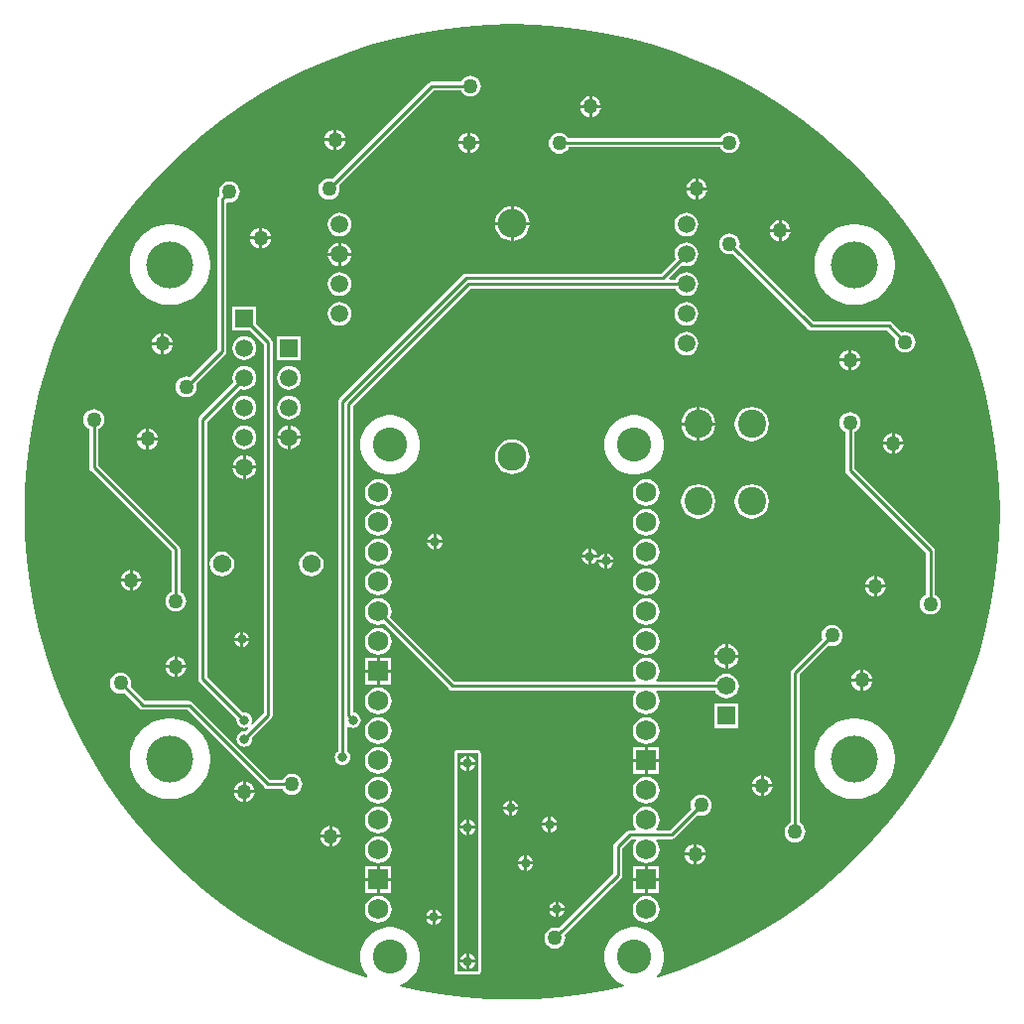
<source format=gbl>
G04 Layer_Physical_Order=2*
G04 Layer_Color=16711680*
%FSLAX25Y25*%
%MOIN*%
G70*
G01*
G75*
%ADD31C,0.01000*%
%ADD35R,0.05906X0.05906*%
%ADD36C,0.05906*%
%ADD37C,0.15748*%
%ADD38C,0.09646*%
%ADD39C,0.06200*%
%ADD40R,0.06200X0.06200*%
%ADD41C,0.11500*%
%ADD42C,0.06900*%
%ADD43R,0.06900X0.06900*%
%ADD44C,0.09449*%
%ADD45C,0.03200*%
%ADD46C,0.05000*%
G36*
X8040Y163656D02*
X16060Y163065D01*
X24042Y162080D01*
X31966Y160705D01*
X39813Y158943D01*
X47564Y156798D01*
X55201Y154276D01*
X62704Y151381D01*
X70056Y148122D01*
X77240Y144506D01*
X84238Y140542D01*
X91032Y136239D01*
X97607Y131608D01*
X103948Y126661D01*
X110037Y121408D01*
X115862Y115862D01*
X121408Y110037D01*
X126661Y103948D01*
X131608Y97607D01*
X136239Y91032D01*
X140542Y84238D01*
X144506Y77240D01*
X148122Y70056D01*
X151381Y62704D01*
X154276Y55201D01*
X156798Y47564D01*
X158943Y39813D01*
X160705Y31966D01*
X162080Y24042D01*
X163065Y16060D01*
X163656Y8040D01*
X163854Y0D01*
X163656Y-8040D01*
X163065Y-16060D01*
X162080Y-24042D01*
X160705Y-31966D01*
X158943Y-39813D01*
X156798Y-47564D01*
X154276Y-55201D01*
X151381Y-62704D01*
X148122Y-70056D01*
X144506Y-77240D01*
X140542Y-84238D01*
X136239Y-91032D01*
X131608Y-97607D01*
X126661Y-103948D01*
X121408Y-110037D01*
X115862Y-115862D01*
X110037Y-121408D01*
X103948Y-126661D01*
X97607Y-131608D01*
X91032Y-136239D01*
X84238Y-140542D01*
X77240Y-144506D01*
X70056Y-148122D01*
X62704Y-151381D01*
X55201Y-154276D01*
X49009Y-156321D01*
X48747Y-155895D01*
X48768Y-155875D01*
X49862Y-154237D01*
X50616Y-152417D01*
X51000Y-150485D01*
Y-148515D01*
X50616Y-146583D01*
X49862Y-144763D01*
X48768Y-143125D01*
X47375Y-141733D01*
X45737Y-140638D01*
X43917Y-139884D01*
X41985Y-139500D01*
X41000Y-139500D01*
X40015Y-139500D01*
X38083Y-139884D01*
X36263Y-140638D01*
X34625Y-141733D01*
X33233Y-143125D01*
X32138Y-144763D01*
X31384Y-146583D01*
X31000Y-148515D01*
X31000Y-149500D01*
X31000Y-150485D01*
X31384Y-152417D01*
X32138Y-154237D01*
X33233Y-155875D01*
X34625Y-157267D01*
X36263Y-158362D01*
X37619Y-158923D01*
X37574Y-159446D01*
X31966Y-160705D01*
X24042Y-162080D01*
X16060Y-163065D01*
X8040Y-163656D01*
X0Y-163854D01*
X-8040Y-163656D01*
X-16060Y-163065D01*
X-24042Y-162080D01*
X-31966Y-160705D01*
X-37574Y-159446D01*
X-37619Y-158923D01*
X-36263Y-158362D01*
X-34625Y-157267D01*
X-33233Y-155875D01*
X-32138Y-154237D01*
X-31384Y-152417D01*
X-31000Y-150485D01*
Y-148515D01*
X-31384Y-146583D01*
X-32138Y-144763D01*
X-33233Y-143125D01*
X-34625Y-141733D01*
X-36263Y-140638D01*
X-38083Y-139884D01*
X-40015Y-139500D01*
X-41000Y-139500D01*
X-41985Y-139500D01*
X-43917Y-139884D01*
X-45737Y-140638D01*
X-47375Y-141733D01*
X-48768Y-143125D01*
X-49862Y-144763D01*
X-50616Y-146583D01*
X-51000Y-148515D01*
X-51000Y-149500D01*
X-51000Y-150485D01*
X-50616Y-152417D01*
X-49862Y-154237D01*
X-48768Y-155875D01*
X-48747Y-155895D01*
X-49009Y-156321D01*
X-55201Y-154276D01*
X-62704Y-151381D01*
X-70056Y-148122D01*
X-77240Y-144506D01*
X-84238Y-140542D01*
X-91032Y-136239D01*
X-97607Y-131608D01*
X-103948Y-126661D01*
X-110037Y-121408D01*
X-115862Y-115862D01*
X-121408Y-110037D01*
X-126661Y-103948D01*
X-131608Y-97607D01*
X-136239Y-91032D01*
X-140542Y-84238D01*
X-144506Y-77240D01*
X-148122Y-70056D01*
X-151381Y-62704D01*
X-154276Y-55201D01*
X-156798Y-47564D01*
X-158943Y-39813D01*
X-160705Y-31966D01*
X-162080Y-24042D01*
X-163065Y-16060D01*
X-163656Y-8040D01*
X-163854Y0D01*
X-163656Y8040D01*
X-163065Y16060D01*
X-162080Y24042D01*
X-160705Y31966D01*
X-158943Y39813D01*
X-156798Y47564D01*
X-154276Y55201D01*
X-151381Y62704D01*
X-148122Y70056D01*
X-144506Y77240D01*
X-140542Y84238D01*
X-136239Y91032D01*
X-131608Y97607D01*
X-126661Y103948D01*
X-121408Y110037D01*
X-115862Y115862D01*
X-110037Y121408D01*
X-103948Y126661D01*
X-97607Y131608D01*
X-91032Y136239D01*
X-84238Y140542D01*
X-77240Y144506D01*
X-70056Y148122D01*
X-62704Y151381D01*
X-55201Y154276D01*
X-47564Y156798D01*
X-39813Y158943D01*
X-31966Y160705D01*
X-24042Y162080D01*
X-16060Y163065D01*
X-8040Y163656D01*
X0Y163854D01*
X8040Y163656D01*
D02*
G37*
%LPC*%
G36*
X-14000Y146530D02*
X-14914Y146410D01*
X-15765Y146057D01*
X-16496Y145496D01*
X-17057Y144765D01*
X-17155Y144529D01*
X-27000D01*
X-27585Y144413D01*
X-28081Y144081D01*
X-60351Y111812D01*
X-60586Y111910D01*
X-61500Y112030D01*
X-62414Y111910D01*
X-63265Y111557D01*
X-63996Y110996D01*
X-64557Y110265D01*
X-64910Y109414D01*
X-65030Y108500D01*
X-64910Y107586D01*
X-64557Y106735D01*
X-63996Y106004D01*
X-63265Y105443D01*
X-62414Y105090D01*
X-61500Y104970D01*
X-60586Y105090D01*
X-59735Y105443D01*
X-59004Y106004D01*
X-58443Y106735D01*
X-58090Y107586D01*
X-57970Y108500D01*
X-58090Y109414D01*
X-58188Y109649D01*
X-26366Y141471D01*
X-17155D01*
X-17057Y141235D01*
X-16496Y140504D01*
X-15765Y139943D01*
X-14914Y139590D01*
X-14000Y139470D01*
X-13086Y139590D01*
X-12235Y139943D01*
X-11504Y140504D01*
X-10943Y141235D01*
X-10590Y142086D01*
X-10470Y143000D01*
X-10590Y143914D01*
X-10943Y144765D01*
X-11504Y145496D01*
X-12235Y146057D01*
X-13086Y146410D01*
X-14000Y146530D01*
D02*
G37*
G36*
X26847Y139618D02*
Y136653D01*
X29811D01*
X29756Y137067D01*
X29404Y137919D01*
X28843Y138650D01*
X28112Y139211D01*
X27260Y139563D01*
X26847Y139618D01*
D02*
G37*
G36*
X25846D02*
X25433Y139563D01*
X24581Y139211D01*
X23850Y138650D01*
X23289Y137919D01*
X22937Y137067D01*
X22882Y136653D01*
X25846D01*
Y139618D01*
D02*
G37*
G36*
X29811Y135653D02*
X26847D01*
Y132689D01*
X27260Y132744D01*
X28112Y133096D01*
X28843Y133657D01*
X29404Y134388D01*
X29756Y135240D01*
X29811Y135653D01*
D02*
G37*
G36*
X25846D02*
X22882D01*
X22937Y135240D01*
X23289Y134388D01*
X23850Y133657D01*
X24581Y133096D01*
X25433Y132744D01*
X25846Y132689D01*
Y135653D01*
D02*
G37*
G36*
X73000Y127530D02*
X72086Y127410D01*
X71235Y127057D01*
X70504Y126496D01*
X69943Y125765D01*
X69845Y125529D01*
X18949D01*
X18912Y125619D01*
X18350Y126350D01*
X17619Y126911D01*
X16768Y127264D01*
X15854Y127384D01*
X14941Y127264D01*
X14089Y126911D01*
X13358Y126350D01*
X12797Y125619D01*
X12444Y124768D01*
X12324Y123854D01*
X12444Y122941D01*
X12797Y122089D01*
X13358Y121358D01*
X14089Y120797D01*
X14941Y120444D01*
X15854Y120324D01*
X16768Y120444D01*
X17619Y120797D01*
X18350Y121358D01*
X18912Y122089D01*
X19070Y122471D01*
X69845D01*
X69943Y122235D01*
X70504Y121504D01*
X71235Y120943D01*
X72086Y120590D01*
X73000Y120470D01*
X73914Y120590D01*
X74765Y120943D01*
X75496Y121504D01*
X76057Y122235D01*
X76410Y123086D01*
X76530Y124000D01*
X76410Y124914D01*
X76057Y125765D01*
X75496Y126496D01*
X74765Y127057D01*
X73914Y127410D01*
X73000Y127530D01*
D02*
G37*
G36*
X-59000Y128464D02*
Y125500D01*
X-56036D01*
X-56090Y125914D01*
X-56443Y126765D01*
X-57004Y127496D01*
X-57735Y128057D01*
X-58586Y128410D01*
X-59000Y128464D01*
D02*
G37*
G36*
X-60000D02*
X-60414Y128410D01*
X-61265Y128057D01*
X-61996Y127496D01*
X-62557Y126765D01*
X-62910Y125914D01*
X-62964Y125500D01*
X-60000D01*
Y128464D01*
D02*
G37*
G36*
X-14000Y127464D02*
Y124500D01*
X-11036D01*
X-11090Y124914D01*
X-11443Y125765D01*
X-12004Y126496D01*
X-12735Y127057D01*
X-13586Y127410D01*
X-14000Y127464D01*
D02*
G37*
G36*
X-15000D02*
X-15414Y127410D01*
X-16265Y127057D01*
X-16996Y126496D01*
X-17557Y125765D01*
X-17910Y124914D01*
X-17964Y124500D01*
X-15000D01*
Y127464D01*
D02*
G37*
G36*
X-56036Y124500D02*
X-59000D01*
Y121536D01*
X-58586Y121590D01*
X-57735Y121943D01*
X-57004Y122504D01*
X-56443Y123235D01*
X-56090Y124086D01*
X-56036Y124500D01*
D02*
G37*
G36*
X-60000D02*
X-62964D01*
X-62910Y124086D01*
X-62557Y123235D01*
X-61996Y122504D01*
X-61265Y121943D01*
X-60414Y121590D01*
X-60000Y121536D01*
Y124500D01*
D02*
G37*
G36*
X-11036Y123500D02*
X-14000D01*
Y120536D01*
X-13586Y120590D01*
X-12735Y120943D01*
X-12004Y121504D01*
X-11443Y122235D01*
X-11090Y123086D01*
X-11036Y123500D01*
D02*
G37*
G36*
X-15000D02*
X-17964D01*
X-17910Y123086D01*
X-17557Y122235D01*
X-16996Y121504D01*
X-16265Y120943D01*
X-15414Y120590D01*
X-15000Y120536D01*
Y123500D01*
D02*
G37*
G36*
X62500Y111964D02*
Y109000D01*
X65464D01*
X65410Y109414D01*
X65057Y110265D01*
X64496Y110996D01*
X63765Y111557D01*
X62914Y111910D01*
X62500Y111964D01*
D02*
G37*
G36*
X61500D02*
X61086Y111910D01*
X60235Y111557D01*
X59504Y110996D01*
X58943Y110265D01*
X58590Y109414D01*
X58536Y109000D01*
X61500D01*
Y111964D01*
D02*
G37*
G36*
X65464Y108000D02*
X62500D01*
Y105036D01*
X62914Y105090D01*
X63765Y105443D01*
X64496Y106004D01*
X65057Y106735D01*
X65410Y107586D01*
X65464Y108000D01*
D02*
G37*
G36*
X61500D02*
X58536D01*
X58590Y107586D01*
X58943Y106735D01*
X59504Y106004D01*
X60235Y105443D01*
X61086Y105090D01*
X61500Y105036D01*
Y108000D01*
D02*
G37*
G36*
X-95000Y111030D02*
X-95914Y110910D01*
X-96765Y110557D01*
X-97496Y109996D01*
X-98057Y109265D01*
X-98410Y108414D01*
X-98530Y107500D01*
X-98410Y106586D01*
X-98312Y106351D01*
X-98581Y106081D01*
X-98913Y105585D01*
X-99029Y105000D01*
Y54633D01*
X-108351Y45312D01*
X-108586Y45410D01*
X-109500Y45530D01*
X-110414Y45410D01*
X-111265Y45057D01*
X-111996Y44496D01*
X-112557Y43765D01*
X-112910Y42914D01*
X-113030Y42000D01*
X-112910Y41086D01*
X-112557Y40235D01*
X-111996Y39504D01*
X-111265Y38943D01*
X-110414Y38590D01*
X-109500Y38470D01*
X-108586Y38590D01*
X-107735Y38943D01*
X-107004Y39504D01*
X-106443Y40235D01*
X-106090Y41086D01*
X-105970Y42000D01*
X-106090Y42914D01*
X-106188Y43149D01*
X-96419Y52919D01*
X-96087Y53415D01*
X-95971Y54000D01*
Y103593D01*
X-95471Y104032D01*
X-95000Y103970D01*
X-94086Y104090D01*
X-93235Y104443D01*
X-92504Y105004D01*
X-91943Y105735D01*
X-91590Y106586D01*
X-91470Y107500D01*
X-91590Y108414D01*
X-91943Y109265D01*
X-92504Y109996D01*
X-93235Y110557D01*
X-94086Y110910D01*
X-95000Y111030D01*
D02*
G37*
G36*
X500Y102691D02*
Y97390D01*
X5802D01*
X5739Y98031D01*
X5406Y99129D01*
X4865Y100140D01*
X4137Y101027D01*
X3251Y101755D01*
X2239Y102295D01*
X1142Y102628D01*
X500Y102691D01*
D02*
G37*
G36*
X-500D02*
X-1142Y102628D01*
X-2239Y102295D01*
X-3251Y101755D01*
X-4137Y101027D01*
X-4865Y100140D01*
X-5406Y99129D01*
X-5739Y98031D01*
X-5802Y97390D01*
X-500D01*
Y102691D01*
D02*
G37*
G36*
X115885Y96500D02*
X115000Y96500D01*
X114115Y96500D01*
X112361Y96269D01*
X110651Y95811D01*
X109016Y95134D01*
X107484Y94249D01*
X106080Y93172D01*
X104828Y91920D01*
X103751Y90516D01*
X102866Y88984D01*
X102189Y87349D01*
X101731Y85639D01*
X101500Y83885D01*
X101500Y83000D01*
X101500Y82115D01*
X101731Y80361D01*
X102189Y78651D01*
X102866Y77016D01*
X103751Y75484D01*
X104828Y74080D01*
X106080Y72828D01*
X107484Y71751D01*
X109016Y70866D01*
X110651Y70189D01*
X112361Y69731D01*
X114115Y69500D01*
X115000Y69500D01*
X115885D01*
X117639Y69731D01*
X119349Y70189D01*
X120984Y70866D01*
X122516Y71751D01*
X123920Y72828D01*
X125172Y74080D01*
X126249Y75484D01*
X127134Y77016D01*
X127811Y78651D01*
X128269Y80361D01*
X128500Y82115D01*
Y83000D01*
X128500Y83885D01*
X128269Y85639D01*
X127811Y87349D01*
X127134Y88984D01*
X126249Y90516D01*
X125172Y91920D01*
X123920Y93172D01*
X122516Y94249D01*
X120984Y95134D01*
X119349Y95811D01*
X117639Y96269D01*
X115885Y96500D01*
D02*
G37*
G36*
X-114115D02*
X-115000Y96500D01*
X-115885Y96500D01*
X-117639Y96269D01*
X-119349Y95811D01*
X-120984Y95134D01*
X-122516Y94249D01*
X-123920Y93172D01*
X-125172Y91920D01*
X-126249Y90516D01*
X-127134Y88984D01*
X-127811Y87349D01*
X-128269Y85639D01*
X-128500Y83885D01*
X-128500Y83000D01*
X-128500Y82115D01*
X-128269Y80361D01*
X-127811Y78651D01*
X-127134Y77016D01*
X-126249Y75484D01*
X-125172Y74080D01*
X-123920Y72828D01*
X-122516Y71751D01*
X-120984Y70866D01*
X-119349Y70189D01*
X-117639Y69731D01*
X-115885Y69500D01*
X-115000Y69500D01*
X-114115D01*
X-112361Y69731D01*
X-110651Y70189D01*
X-109016Y70866D01*
X-107484Y71751D01*
X-106080Y72828D01*
X-104828Y74080D01*
X-103751Y75484D01*
X-102866Y77016D01*
X-102189Y78651D01*
X-101731Y80361D01*
X-101500Y82115D01*
Y83000D01*
X-101500Y83885D01*
X-101731Y85639D01*
X-102189Y87349D01*
X-102866Y88984D01*
X-103751Y90516D01*
X-104828Y91920D01*
X-106080Y93172D01*
X-107484Y94249D01*
X-109016Y95134D01*
X-110651Y95811D01*
X-112361Y96269D01*
X-114115Y96500D01*
D02*
G37*
G36*
X90500Y97964D02*
Y95000D01*
X93464D01*
X93410Y95414D01*
X93057Y96265D01*
X92496Y96996D01*
X91765Y97557D01*
X90914Y97910D01*
X90500Y97964D01*
D02*
G37*
G36*
X89500D02*
X89086Y97910D01*
X88235Y97557D01*
X87504Y96996D01*
X86943Y96265D01*
X86590Y95414D01*
X86536Y95000D01*
X89500D01*
Y97964D01*
D02*
G37*
G36*
X58500Y100487D02*
X57468Y100351D01*
X56507Y99953D01*
X55681Y99319D01*
X55047Y98493D01*
X54649Y97532D01*
X54513Y96500D01*
X54649Y95468D01*
X55047Y94507D01*
X55681Y93681D01*
X56507Y93047D01*
X57468Y92649D01*
X58500Y92513D01*
X59532Y92649D01*
X60493Y93047D01*
X61319Y93681D01*
X61953Y94507D01*
X62351Y95468D01*
X62487Y96500D01*
X62351Y97532D01*
X61953Y98493D01*
X61319Y99319D01*
X60493Y99953D01*
X59532Y100351D01*
X58500Y100487D01*
D02*
G37*
G36*
X-58000D02*
X-59032Y100351D01*
X-59993Y99953D01*
X-60819Y99319D01*
X-61453Y98493D01*
X-61851Y97532D01*
X-61987Y96500D01*
X-61851Y95468D01*
X-61453Y94507D01*
X-60819Y93681D01*
X-59993Y93047D01*
X-59032Y92649D01*
X-58000Y92513D01*
X-56968Y92649D01*
X-56007Y93047D01*
X-55181Y93681D01*
X-54547Y94507D01*
X-54149Y95468D01*
X-54013Y96500D01*
X-54149Y97532D01*
X-54547Y98493D01*
X-55181Y99319D01*
X-56007Y99953D01*
X-56968Y100351D01*
X-58000Y100487D01*
D02*
G37*
G36*
X-84000Y95464D02*
Y92500D01*
X-81036D01*
X-81090Y92914D01*
X-81443Y93765D01*
X-82004Y94496D01*
X-82735Y95057D01*
X-83586Y95410D01*
X-84000Y95464D01*
D02*
G37*
G36*
X-85000D02*
X-85414Y95410D01*
X-86265Y95057D01*
X-86996Y94496D01*
X-87557Y93765D01*
X-87910Y92914D01*
X-87964Y92500D01*
X-85000D01*
Y95464D01*
D02*
G37*
G36*
X5802Y96390D02*
X500D01*
Y91088D01*
X1142Y91151D01*
X2239Y91484D01*
X3251Y92025D01*
X4137Y92752D01*
X4865Y93639D01*
X5406Y94651D01*
X5739Y95748D01*
X5802Y96390D01*
D02*
G37*
G36*
X-500D02*
X-5802D01*
X-5739Y95748D01*
X-5406Y94651D01*
X-4865Y93639D01*
X-4137Y92752D01*
X-3251Y92025D01*
X-2239Y91484D01*
X-1142Y91151D01*
X-500Y91088D01*
Y96390D01*
D02*
G37*
G36*
X93464Y94000D02*
X90500D01*
Y91036D01*
X90914Y91090D01*
X91765Y91443D01*
X92496Y92004D01*
X93057Y92735D01*
X93410Y93586D01*
X93464Y94000D01*
D02*
G37*
G36*
X89500D02*
X86536D01*
X86590Y93586D01*
X86943Y92735D01*
X87504Y92004D01*
X88235Y91443D01*
X89086Y91090D01*
X89500Y91036D01*
Y94000D01*
D02*
G37*
G36*
X-81036Y91500D02*
X-84000D01*
Y88536D01*
X-83586Y88590D01*
X-82735Y88943D01*
X-82004Y89504D01*
X-81443Y90235D01*
X-81090Y91086D01*
X-81036Y91500D01*
D02*
G37*
G36*
X-85000D02*
X-87964D01*
X-87910Y91086D01*
X-87557Y90235D01*
X-86996Y89504D01*
X-86265Y88943D01*
X-85414Y88590D01*
X-85000Y88536D01*
Y91500D01*
D02*
G37*
G36*
X-57500Y90421D02*
Y87000D01*
X-54079D01*
X-54149Y87532D01*
X-54547Y88493D01*
X-55181Y89319D01*
X-56007Y89953D01*
X-56968Y90351D01*
X-57500Y90421D01*
D02*
G37*
G36*
X-58500D02*
X-59032Y90351D01*
X-59993Y89953D01*
X-60819Y89319D01*
X-61453Y88493D01*
X-61851Y87532D01*
X-61921Y87000D01*
X-58500D01*
Y90421D01*
D02*
G37*
G36*
X-54079Y86000D02*
X-57500D01*
Y82579D01*
X-56968Y82649D01*
X-56007Y83047D01*
X-55181Y83681D01*
X-54547Y84507D01*
X-54149Y85468D01*
X-54079Y86000D01*
D02*
G37*
G36*
X-58500D02*
X-61921D01*
X-61851Y85468D01*
X-61453Y84507D01*
X-60819Y83681D01*
X-59993Y83047D01*
X-59032Y82649D01*
X-58500Y82579D01*
Y86000D01*
D02*
G37*
G36*
X58500Y90487D02*
X57468Y90351D01*
X56507Y89953D01*
X55681Y89319D01*
X55047Y88493D01*
X54649Y87532D01*
X54513Y86500D01*
X54649Y85468D01*
X54841Y85004D01*
X49867Y80029D01*
X-15500D01*
X-16085Y79913D01*
X-16581Y79581D01*
X-58081Y38081D01*
X-58413Y37585D01*
X-58529Y37000D01*
Y-80396D01*
X-58854Y-80646D01*
X-59271Y-81189D01*
X-59533Y-81821D01*
X-59622Y-82500D01*
X-59533Y-83179D01*
X-59271Y-83811D01*
X-58854Y-84354D01*
X-58311Y-84771D01*
X-57679Y-85033D01*
X-57000Y-85122D01*
X-56321Y-85033D01*
X-55689Y-84771D01*
X-55146Y-84354D01*
X-54729Y-83811D01*
X-54467Y-83179D01*
X-54378Y-82500D01*
X-54467Y-81821D01*
X-54729Y-81189D01*
X-55146Y-80646D01*
X-55471Y-80396D01*
Y-72395D01*
X-54971Y-72149D01*
X-54811Y-72271D01*
X-54179Y-72533D01*
X-53500Y-72622D01*
X-52821Y-72533D01*
X-52189Y-72271D01*
X-51646Y-71854D01*
X-51229Y-71311D01*
X-50967Y-70679D01*
X-50878Y-70000D01*
X-50967Y-69321D01*
X-51229Y-68689D01*
X-51646Y-68146D01*
X-52189Y-67729D01*
X-52821Y-67467D01*
X-53471Y-67381D01*
Y35538D01*
X-14038Y74971D01*
X54855D01*
X55047Y74507D01*
X55681Y73681D01*
X56507Y73047D01*
X57468Y72649D01*
X58500Y72513D01*
X59532Y72649D01*
X60493Y73047D01*
X61319Y73681D01*
X61953Y74507D01*
X62351Y75468D01*
X62487Y76500D01*
X62351Y77532D01*
X61953Y78493D01*
X61319Y79319D01*
X60493Y79953D01*
X59532Y80351D01*
X58500Y80487D01*
X57468Y80351D01*
X56507Y79953D01*
X55681Y79319D01*
X55047Y78493D01*
X54855Y78029D01*
X52846D01*
X52654Y78491D01*
X57004Y82841D01*
X57468Y82649D01*
X58500Y82513D01*
X59532Y82649D01*
X60493Y83047D01*
X61319Y83681D01*
X61953Y84507D01*
X62351Y85468D01*
X62487Y86500D01*
X62351Y87532D01*
X61953Y88493D01*
X61319Y89319D01*
X60493Y89953D01*
X59532Y90351D01*
X58500Y90487D01*
D02*
G37*
G36*
X-58000Y80487D02*
X-59032Y80351D01*
X-59993Y79953D01*
X-60819Y79319D01*
X-61453Y78493D01*
X-61851Y77532D01*
X-61987Y76500D01*
X-61851Y75468D01*
X-61453Y74507D01*
X-60819Y73681D01*
X-59993Y73047D01*
X-59032Y72649D01*
X-58000Y72513D01*
X-56968Y72649D01*
X-56007Y73047D01*
X-55181Y73681D01*
X-54547Y74507D01*
X-54149Y75468D01*
X-54013Y76500D01*
X-54149Y77532D01*
X-54547Y78493D01*
X-55181Y79319D01*
X-56007Y79953D01*
X-56968Y80351D01*
X-58000Y80487D01*
D02*
G37*
G36*
X58500Y70487D02*
X57468Y70351D01*
X56507Y69953D01*
X55681Y69319D01*
X55047Y68493D01*
X54649Y67532D01*
X54513Y66500D01*
X54649Y65468D01*
X55047Y64507D01*
X55681Y63681D01*
X56507Y63047D01*
X57468Y62649D01*
X58500Y62513D01*
X59532Y62649D01*
X60493Y63047D01*
X61319Y63681D01*
X61953Y64507D01*
X62351Y65468D01*
X62487Y66500D01*
X62351Y67532D01*
X61953Y68493D01*
X61319Y69319D01*
X60493Y69953D01*
X59532Y70351D01*
X58500Y70487D01*
D02*
G37*
G36*
X-58000D02*
X-59032Y70351D01*
X-59993Y69953D01*
X-60819Y69319D01*
X-61453Y68493D01*
X-61851Y67532D01*
X-61987Y66500D01*
X-61851Y65468D01*
X-61453Y64507D01*
X-60819Y63681D01*
X-59993Y63047D01*
X-59032Y62649D01*
X-58000Y62513D01*
X-56968Y62649D01*
X-56007Y63047D01*
X-55181Y63681D01*
X-54547Y64507D01*
X-54149Y65468D01*
X-54013Y66500D01*
X-54149Y67532D01*
X-54547Y68493D01*
X-55181Y69319D01*
X-56007Y69953D01*
X-56968Y70351D01*
X-58000Y70487D01*
D02*
G37*
G36*
X-117000Y59964D02*
Y57000D01*
X-114036D01*
X-114090Y57414D01*
X-114443Y58265D01*
X-115004Y58996D01*
X-115735Y59557D01*
X-116586Y59910D01*
X-117000Y59964D01*
D02*
G37*
G36*
X-118000D02*
X-118414Y59910D01*
X-119265Y59557D01*
X-119996Y58996D01*
X-120557Y58265D01*
X-120910Y57414D01*
X-120964Y57000D01*
X-118000D01*
Y59964D01*
D02*
G37*
G36*
X73000Y93530D02*
X72086Y93410D01*
X71235Y93057D01*
X70504Y92496D01*
X69943Y91765D01*
X69590Y90914D01*
X69470Y90000D01*
X69590Y89086D01*
X69943Y88235D01*
X70504Y87504D01*
X71235Y86943D01*
X72086Y86590D01*
X73000Y86470D01*
X73914Y86590D01*
X74149Y86688D01*
X99419Y61419D01*
X99915Y61087D01*
X100500Y60971D01*
X125866D01*
X128688Y58149D01*
X128590Y57914D01*
X128470Y57000D01*
X128590Y56086D01*
X128943Y55235D01*
X129504Y54504D01*
X130235Y53943D01*
X131086Y53590D01*
X132000Y53470D01*
X132914Y53590D01*
X133765Y53943D01*
X134496Y54504D01*
X135057Y55235D01*
X135410Y56086D01*
X135530Y57000D01*
X135410Y57914D01*
X135057Y58765D01*
X134496Y59496D01*
X133765Y60057D01*
X132914Y60410D01*
X132000Y60530D01*
X131086Y60410D01*
X130851Y60312D01*
X127581Y63581D01*
X127085Y63913D01*
X126500Y64029D01*
X101134D01*
X76312Y88851D01*
X76410Y89086D01*
X76530Y90000D01*
X76410Y90914D01*
X76057Y91765D01*
X75496Y92496D01*
X74765Y93057D01*
X73914Y93410D01*
X73000Y93530D01*
D02*
G37*
G36*
X-114036Y56000D02*
X-117000D01*
Y53036D01*
X-116586Y53090D01*
X-115735Y53443D01*
X-115004Y54004D01*
X-114443Y54735D01*
X-114090Y55586D01*
X-114036Y56000D01*
D02*
G37*
G36*
X-118000D02*
X-120964D01*
X-120910Y55586D01*
X-120557Y54735D01*
X-119996Y54004D01*
X-119265Y53443D01*
X-118414Y53090D01*
X-118000Y53036D01*
Y56000D01*
D02*
G37*
G36*
X58500Y60487D02*
X57468Y60351D01*
X56507Y59953D01*
X55681Y59319D01*
X55047Y58493D01*
X54649Y57532D01*
X54513Y56500D01*
X54649Y55468D01*
X55047Y54507D01*
X55681Y53681D01*
X56507Y53047D01*
X57468Y52649D01*
X58500Y52513D01*
X59532Y52649D01*
X60493Y53047D01*
X61319Y53681D01*
X61953Y54507D01*
X62351Y55468D01*
X62487Y56500D01*
X62351Y57532D01*
X61953Y58493D01*
X61319Y59319D01*
X60493Y59953D01*
X59532Y60351D01*
X58500Y60487D01*
D02*
G37*
G36*
X114000Y54464D02*
Y51500D01*
X116964D01*
X116910Y51914D01*
X116557Y52765D01*
X115996Y53496D01*
X115265Y54057D01*
X114414Y54410D01*
X114000Y54464D01*
D02*
G37*
G36*
X113000D02*
X112586Y54410D01*
X111735Y54057D01*
X111004Y53496D01*
X110443Y52765D01*
X110090Y51914D01*
X110036Y51500D01*
X113000D01*
Y54464D01*
D02*
G37*
G36*
X-71047Y58953D02*
X-78953D01*
Y51047D01*
X-71047D01*
Y58953D01*
D02*
G37*
G36*
X-90000Y58987D02*
X-91032Y58851D01*
X-91993Y58453D01*
X-92819Y57819D01*
X-93453Y56993D01*
X-93851Y56032D01*
X-93987Y55000D01*
X-93851Y53968D01*
X-93453Y53007D01*
X-92819Y52181D01*
X-91993Y51547D01*
X-91032Y51149D01*
X-90000Y51013D01*
X-88968Y51149D01*
X-88007Y51547D01*
X-87181Y52181D01*
X-86547Y53007D01*
X-86149Y53968D01*
X-86013Y55000D01*
X-86149Y56032D01*
X-86547Y56993D01*
X-87181Y57819D01*
X-88007Y58453D01*
X-88968Y58851D01*
X-90000Y58987D01*
D02*
G37*
G36*
X116964Y50500D02*
X114000D01*
Y47536D01*
X114414Y47590D01*
X115265Y47943D01*
X115996Y48504D01*
X116557Y49235D01*
X116910Y50086D01*
X116964Y50500D01*
D02*
G37*
G36*
X113000D02*
X110036D01*
X110090Y50086D01*
X110443Y49235D01*
X111004Y48504D01*
X111735Y47943D01*
X112586Y47590D01*
X113000Y47536D01*
Y50500D01*
D02*
G37*
G36*
X-75000Y48987D02*
X-76032Y48851D01*
X-76993Y48453D01*
X-77819Y47819D01*
X-78453Y46993D01*
X-78851Y46032D01*
X-78987Y45000D01*
X-78851Y43968D01*
X-78453Y43007D01*
X-77819Y42181D01*
X-76993Y41547D01*
X-76032Y41149D01*
X-75000Y41013D01*
X-73968Y41149D01*
X-73007Y41547D01*
X-72181Y42181D01*
X-71547Y43007D01*
X-71149Y43968D01*
X-71013Y45000D01*
X-71149Y46032D01*
X-71547Y46993D01*
X-72181Y47819D01*
X-73007Y48453D01*
X-73968Y48851D01*
X-75000Y48987D01*
D02*
G37*
G36*
X-86047Y68953D02*
X-93953D01*
Y61047D01*
X-88210D01*
X-83529Y56366D01*
Y-67713D01*
X-87230Y-71414D01*
X-87654Y-71131D01*
X-87467Y-70679D01*
X-87378Y-70000D01*
X-87467Y-69321D01*
X-87729Y-68689D01*
X-88146Y-68146D01*
X-88689Y-67729D01*
X-89321Y-67467D01*
X-90000Y-67378D01*
X-90406Y-67431D01*
X-102471Y-55366D01*
Y30367D01*
X-91496Y41341D01*
X-91032Y41149D01*
X-90000Y41013D01*
X-88968Y41149D01*
X-88007Y41547D01*
X-87181Y42181D01*
X-86547Y43007D01*
X-86149Y43968D01*
X-86013Y45000D01*
X-86149Y46032D01*
X-86547Y46993D01*
X-87181Y47819D01*
X-88007Y48453D01*
X-88968Y48851D01*
X-90000Y48987D01*
X-91032Y48851D01*
X-91993Y48453D01*
X-92819Y47819D01*
X-93453Y46993D01*
X-93851Y46032D01*
X-93987Y45000D01*
X-93851Y43968D01*
X-93659Y43504D01*
X-105081Y32081D01*
X-105413Y31585D01*
X-105529Y31000D01*
Y-56000D01*
X-105413Y-56585D01*
X-105081Y-57081D01*
X-92569Y-69594D01*
X-92622Y-70000D01*
X-92533Y-70679D01*
X-92271Y-71311D01*
X-91854Y-71854D01*
X-91311Y-72271D01*
X-90679Y-72533D01*
X-90000Y-72622D01*
X-89321Y-72533D01*
X-88870Y-72346D01*
X-88586Y-72770D01*
X-89594Y-73778D01*
X-90000Y-73724D01*
X-90679Y-73813D01*
X-91311Y-74075D01*
X-91854Y-74492D01*
X-92271Y-75035D01*
X-92533Y-75668D01*
X-92622Y-76346D01*
X-92533Y-77025D01*
X-92271Y-77658D01*
X-91854Y-78201D01*
X-91311Y-78618D01*
X-90679Y-78879D01*
X-90000Y-78969D01*
X-89321Y-78879D01*
X-88689Y-78618D01*
X-88146Y-78201D01*
X-87729Y-77658D01*
X-87467Y-77025D01*
X-87378Y-76346D01*
X-87431Y-75940D01*
X-80919Y-69428D01*
X-80587Y-68932D01*
X-80471Y-68347D01*
Y57000D01*
X-80587Y57585D01*
X-80919Y58081D01*
X-86047Y63210D01*
Y68953D01*
D02*
G37*
G36*
X41985Y32500D02*
X41000Y32500D01*
X40015Y32500D01*
X38083Y32116D01*
X36263Y31362D01*
X34625Y30268D01*
X33233Y28875D01*
X32138Y27237D01*
X31384Y25417D01*
X31000Y23485D01*
X31000Y22500D01*
X31000Y21515D01*
X31384Y19583D01*
X32138Y17763D01*
X33233Y16125D01*
X34625Y14732D01*
X36263Y13638D01*
X38083Y12884D01*
X40015Y12500D01*
X41000Y12500D01*
X41985Y12500D01*
X43917Y12884D01*
X45737Y13638D01*
X47375Y14732D01*
X48768Y16125D01*
X49862Y17763D01*
X50616Y19583D01*
X51000Y21515D01*
Y23485D01*
X50616Y25417D01*
X49862Y27237D01*
X48768Y28875D01*
X47375Y30268D01*
X45737Y31362D01*
X43917Y32116D01*
X41985Y32500D01*
D02*
G37*
G36*
X-40015D02*
X-41000Y32500D01*
X-41985Y32500D01*
X-43917Y32116D01*
X-45737Y31362D01*
X-47375Y30268D01*
X-48768Y28875D01*
X-49862Y27237D01*
X-50616Y25417D01*
X-51000Y23485D01*
X-51000Y22500D01*
X-51000Y21515D01*
X-50616Y19583D01*
X-49862Y17763D01*
X-48768Y16125D01*
X-47375Y14732D01*
X-45737Y13638D01*
X-43917Y12884D01*
X-41985Y12500D01*
X-41000Y12500D01*
X-40015Y12500D01*
X-38083Y12884D01*
X-36263Y13638D01*
X-34625Y14732D01*
X-33233Y16125D01*
X-32138Y17763D01*
X-31384Y19583D01*
X-31000Y21515D01*
Y23485D01*
X-31384Y25417D01*
X-32138Y27237D01*
X-33233Y28875D01*
X-34625Y30268D01*
X-36263Y31362D01*
X-38083Y32116D01*
X-40015Y32500D01*
D02*
G37*
G36*
X-75000Y38987D02*
X-76032Y38851D01*
X-76993Y38453D01*
X-77819Y37819D01*
X-78453Y36993D01*
X-78851Y36032D01*
X-78987Y35000D01*
X-78851Y33968D01*
X-78453Y33007D01*
X-77819Y32181D01*
X-76993Y31547D01*
X-76032Y31149D01*
X-75000Y31013D01*
X-73968Y31149D01*
X-73007Y31547D01*
X-72181Y32181D01*
X-71547Y33007D01*
X-71149Y33968D01*
X-71013Y35000D01*
X-71149Y36032D01*
X-71547Y36993D01*
X-72181Y37819D01*
X-73007Y38453D01*
X-73968Y38851D01*
X-75000Y38987D01*
D02*
G37*
G36*
X-90000D02*
X-91032Y38851D01*
X-91993Y38453D01*
X-92819Y37819D01*
X-93453Y36993D01*
X-93851Y36032D01*
X-93987Y35000D01*
X-93851Y33968D01*
X-93453Y33007D01*
X-92819Y32181D01*
X-91993Y31547D01*
X-91032Y31149D01*
X-90000Y31013D01*
X-88968Y31149D01*
X-88007Y31547D01*
X-87181Y32181D01*
X-86547Y33007D01*
X-86149Y33968D01*
X-86013Y35000D01*
X-86149Y36032D01*
X-86547Y36993D01*
X-87181Y37819D01*
X-88007Y38453D01*
X-88968Y38851D01*
X-90000Y38987D01*
D02*
G37*
G36*
X63000Y35208D02*
Y30000D01*
X68208D01*
X68077Y30994D01*
X67500Y32387D01*
X66583Y33583D01*
X65387Y34500D01*
X63994Y35077D01*
X63000Y35208D01*
D02*
G37*
G36*
X62000D02*
X61006Y35077D01*
X59613Y34500D01*
X58417Y33583D01*
X57500Y32387D01*
X56923Y30994D01*
X56792Y30000D01*
X62000D01*
Y35208D01*
D02*
G37*
G36*
X-74500Y28921D02*
Y25500D01*
X-71079D01*
X-71149Y26032D01*
X-71547Y26993D01*
X-72181Y27819D01*
X-73007Y28453D01*
X-73968Y28851D01*
X-74500Y28921D01*
D02*
G37*
G36*
X-75500D02*
X-76032Y28851D01*
X-76993Y28453D01*
X-77819Y27819D01*
X-78453Y26993D01*
X-78851Y26032D01*
X-78921Y25500D01*
X-75500D01*
Y28921D01*
D02*
G37*
G36*
X-122000Y27964D02*
Y25000D01*
X-119036D01*
X-119090Y25414D01*
X-119443Y26265D01*
X-120004Y26996D01*
X-120735Y27557D01*
X-121586Y27910D01*
X-122000Y27964D01*
D02*
G37*
G36*
X-123000D02*
X-123414Y27910D01*
X-124265Y27557D01*
X-124996Y26996D01*
X-125557Y26265D01*
X-125910Y25414D01*
X-125964Y25000D01*
X-123000D01*
Y27964D01*
D02*
G37*
G36*
X68208Y29000D02*
X63000D01*
Y23792D01*
X63994Y23923D01*
X65387Y24500D01*
X66583Y25417D01*
X67500Y26613D01*
X68077Y28006D01*
X68208Y29000D01*
D02*
G37*
G36*
X62000D02*
X56792D01*
X56923Y28006D01*
X57500Y26613D01*
X58417Y25417D01*
X59613Y24500D01*
X61006Y23923D01*
X62000Y23792D01*
Y29000D01*
D02*
G37*
G36*
X80500Y35274D02*
X79006Y35077D01*
X77613Y34500D01*
X76417Y33583D01*
X75500Y32387D01*
X74923Y30994D01*
X74726Y29500D01*
X74923Y28006D01*
X75500Y26613D01*
X76417Y25417D01*
X77613Y24500D01*
X79006Y23923D01*
X80500Y23726D01*
X81994Y23923D01*
X83387Y24500D01*
X84583Y25417D01*
X85500Y26613D01*
X86077Y28006D01*
X86274Y29500D01*
X86077Y30994D01*
X85500Y32387D01*
X84583Y33583D01*
X83387Y34500D01*
X81994Y35077D01*
X80500Y35274D01*
D02*
G37*
G36*
X128500Y26464D02*
Y23500D01*
X131464D01*
X131410Y23914D01*
X131057Y24765D01*
X130496Y25496D01*
X129765Y26057D01*
X128914Y26410D01*
X128500Y26464D01*
D02*
G37*
G36*
X127500D02*
X127086Y26410D01*
X126235Y26057D01*
X125504Y25496D01*
X124943Y24765D01*
X124590Y23914D01*
X124536Y23500D01*
X127500D01*
Y26464D01*
D02*
G37*
G36*
X-71079Y24500D02*
X-74500D01*
Y21079D01*
X-73968Y21149D01*
X-73007Y21547D01*
X-72181Y22181D01*
X-71547Y23007D01*
X-71149Y23968D01*
X-71079Y24500D01*
D02*
G37*
G36*
X-75500D02*
X-78921D01*
X-78851Y23968D01*
X-78453Y23007D01*
X-77819Y22181D01*
X-76993Y21547D01*
X-76032Y21149D01*
X-75500Y21079D01*
Y24500D01*
D02*
G37*
G36*
X-119036Y24000D02*
X-122000D01*
Y21036D01*
X-121586Y21090D01*
X-120735Y21443D01*
X-120004Y22004D01*
X-119443Y22735D01*
X-119090Y23586D01*
X-119036Y24000D01*
D02*
G37*
G36*
X-123000D02*
X-125964D01*
X-125910Y23586D01*
X-125557Y22735D01*
X-124996Y22004D01*
X-124265Y21443D01*
X-123414Y21090D01*
X-123000Y21036D01*
Y24000D01*
D02*
G37*
G36*
X-90000Y28987D02*
X-91032Y28851D01*
X-91993Y28453D01*
X-92819Y27819D01*
X-93453Y26993D01*
X-93851Y26032D01*
X-93987Y25000D01*
X-93851Y23968D01*
X-93453Y23007D01*
X-92819Y22181D01*
X-91993Y21547D01*
X-91032Y21149D01*
X-90000Y21013D01*
X-88968Y21149D01*
X-88007Y21547D01*
X-87181Y22181D01*
X-86547Y23007D01*
X-86149Y23968D01*
X-86013Y25000D01*
X-86149Y26032D01*
X-86547Y26993D01*
X-87181Y27819D01*
X-88007Y28453D01*
X-88968Y28851D01*
X-90000Y28987D01*
D02*
G37*
G36*
X131464Y22500D02*
X128500D01*
Y19536D01*
X128914Y19590D01*
X129765Y19943D01*
X130496Y20504D01*
X131057Y21235D01*
X131410Y22086D01*
X131464Y22500D01*
D02*
G37*
G36*
X127500D02*
X124536D01*
X124590Y22086D01*
X124943Y21235D01*
X125504Y20504D01*
X126235Y19943D01*
X127086Y19590D01*
X127500Y19536D01*
Y22500D01*
D02*
G37*
G36*
X-89500Y18921D02*
Y15500D01*
X-86079D01*
X-86149Y16032D01*
X-86547Y16993D01*
X-87181Y17819D01*
X-88007Y18453D01*
X-88968Y18851D01*
X-89500Y18921D01*
D02*
G37*
G36*
X-90500D02*
X-91032Y18851D01*
X-91993Y18453D01*
X-92819Y17819D01*
X-93453Y16993D01*
X-93851Y16032D01*
X-93921Y15500D01*
X-90500D01*
Y18921D01*
D02*
G37*
G36*
X0Y24394D02*
X-1142Y24282D01*
X-2239Y23949D01*
X-3251Y23408D01*
X-4137Y22681D01*
X-4865Y21794D01*
X-5406Y20782D01*
X-5739Y19685D01*
X-5851Y18543D01*
X-5739Y17402D01*
X-5406Y16304D01*
X-4865Y15293D01*
X-4137Y14406D01*
X-3251Y13678D01*
X-2239Y13138D01*
X-1142Y12805D01*
X0Y12692D01*
X1142Y12805D01*
X2239Y13138D01*
X3251Y13678D01*
X4137Y14406D01*
X4865Y15293D01*
X5406Y16304D01*
X5739Y17402D01*
X5851Y18543D01*
X5739Y19685D01*
X5406Y20782D01*
X4865Y21794D01*
X4137Y22681D01*
X3251Y23408D01*
X2239Y23949D01*
X1142Y24282D01*
X0Y24394D01*
D02*
G37*
G36*
X-86079Y14500D02*
X-89500D01*
Y11079D01*
X-88968Y11149D01*
X-88007Y11547D01*
X-87181Y12181D01*
X-86547Y13007D01*
X-86149Y13968D01*
X-86079Y14500D01*
D02*
G37*
G36*
X-90500D02*
X-93921D01*
X-93851Y13968D01*
X-93453Y13007D01*
X-92819Y12181D01*
X-91993Y11547D01*
X-91032Y11149D01*
X-90500Y11079D01*
Y14500D01*
D02*
G37*
G36*
X45000Y10988D02*
X43838Y10836D01*
X42756Y10387D01*
X41826Y9674D01*
X41113Y8744D01*
X40664Y7662D01*
X40512Y6500D01*
X40664Y5338D01*
X41113Y4256D01*
X41826Y3326D01*
X42756Y2613D01*
X43838Y2165D01*
X45000Y2012D01*
X46162Y2165D01*
X47244Y2613D01*
X48174Y3326D01*
X48887Y4256D01*
X49336Y5338D01*
X49488Y6500D01*
X49336Y7662D01*
X48887Y8744D01*
X48174Y9674D01*
X47244Y10387D01*
X46162Y10836D01*
X45000Y10988D01*
D02*
G37*
G36*
X-45000D02*
X-46162Y10836D01*
X-47244Y10387D01*
X-48174Y9674D01*
X-48887Y8744D01*
X-49336Y7662D01*
X-49488Y6500D01*
X-49336Y5338D01*
X-48887Y4256D01*
X-48174Y3326D01*
X-47244Y2613D01*
X-46162Y2165D01*
X-45000Y2012D01*
X-43838Y2165D01*
X-42756Y2613D01*
X-41826Y3326D01*
X-41113Y4256D01*
X-40664Y5338D01*
X-40512Y6500D01*
X-40664Y7662D01*
X-41113Y8744D01*
X-41826Y9674D01*
X-42756Y10387D01*
X-43838Y10836D01*
X-45000Y10988D01*
D02*
G37*
G36*
X80500Y9274D02*
X79006Y9077D01*
X77613Y8500D01*
X76417Y7583D01*
X75500Y6387D01*
X74923Y4994D01*
X74726Y3500D01*
X74923Y2006D01*
X75500Y613D01*
X76417Y-583D01*
X77613Y-1500D01*
X79006Y-2077D01*
X80500Y-2274D01*
X81994Y-2077D01*
X83387Y-1500D01*
X84583Y-583D01*
X85500Y613D01*
X86077Y2006D01*
X86274Y3500D01*
X86077Y4994D01*
X85500Y6387D01*
X84583Y7583D01*
X83387Y8500D01*
X81994Y9077D01*
X80500Y9274D01*
D02*
G37*
G36*
X62500D02*
X61006Y9077D01*
X59613Y8500D01*
X58417Y7583D01*
X57500Y6387D01*
X56923Y4994D01*
X56726Y3500D01*
X56923Y2006D01*
X57500Y613D01*
X58417Y-583D01*
X59613Y-1500D01*
X61006Y-2077D01*
X62500Y-2274D01*
X63994Y-2077D01*
X65387Y-1500D01*
X66583Y-583D01*
X67500Y613D01*
X68077Y2006D01*
X68274Y3500D01*
X68077Y4994D01*
X67500Y6387D01*
X66583Y7583D01*
X65387Y8500D01*
X63994Y9077D01*
X62500Y9274D01*
D02*
G37*
G36*
X45000Y988D02*
X43838Y836D01*
X42756Y387D01*
X41826Y-326D01*
X41113Y-1256D01*
X40664Y-2338D01*
X40512Y-3500D01*
X40664Y-4662D01*
X41113Y-5744D01*
X41826Y-6674D01*
X42756Y-7387D01*
X43838Y-7835D01*
X45000Y-7988D01*
X46162Y-7835D01*
X47244Y-7387D01*
X48174Y-6674D01*
X48887Y-5744D01*
X49336Y-4662D01*
X49488Y-3500D01*
X49336Y-2338D01*
X48887Y-1256D01*
X48174Y-326D01*
X47244Y387D01*
X46162Y836D01*
X45000Y988D01*
D02*
G37*
G36*
X-45000D02*
X-46162Y836D01*
X-47244Y387D01*
X-48174Y-326D01*
X-48887Y-1256D01*
X-49336Y-2338D01*
X-49488Y-3500D01*
X-49336Y-4662D01*
X-48887Y-5744D01*
X-48174Y-6674D01*
X-47244Y-7387D01*
X-46162Y-7835D01*
X-45000Y-7988D01*
X-43838Y-7835D01*
X-42756Y-7387D01*
X-41826Y-6674D01*
X-41113Y-5744D01*
X-40664Y-4662D01*
X-40512Y-3500D01*
X-40664Y-2338D01*
X-41113Y-1256D01*
X-41826Y-326D01*
X-42756Y387D01*
X-43838Y836D01*
X-45000Y988D01*
D02*
G37*
G36*
X-25500Y-7443D02*
Y-9500D01*
X-23443D01*
X-23467Y-9321D01*
X-23729Y-8689D01*
X-24146Y-8146D01*
X-24689Y-7729D01*
X-25321Y-7467D01*
X-25500Y-7443D01*
D02*
G37*
G36*
X-26500D02*
X-26679Y-7467D01*
X-27311Y-7729D01*
X-27854Y-8146D01*
X-28271Y-8689D01*
X-28533Y-9321D01*
X-28557Y-9500D01*
X-26500D01*
Y-7443D01*
D02*
G37*
G36*
X-23443Y-10500D02*
X-25500D01*
Y-12557D01*
X-25321Y-12533D01*
X-24689Y-12271D01*
X-24146Y-11854D01*
X-23729Y-11311D01*
X-23467Y-10679D01*
X-23443Y-10500D01*
D02*
G37*
G36*
X-26500D02*
X-28557D01*
X-28533Y-10679D01*
X-28271Y-11311D01*
X-27854Y-11854D01*
X-27311Y-12271D01*
X-26679Y-12533D01*
X-26500Y-12557D01*
Y-10500D01*
D02*
G37*
G36*
X26500Y-12443D02*
Y-14500D01*
X28557D01*
X28533Y-14321D01*
X28271Y-13689D01*
X27854Y-13146D01*
X27311Y-12729D01*
X26679Y-12467D01*
X26500Y-12443D01*
D02*
G37*
G36*
X25500D02*
X25321Y-12467D01*
X24689Y-12729D01*
X24146Y-13146D01*
X23729Y-13689D01*
X23467Y-14321D01*
X23443Y-14500D01*
X25500D01*
Y-12443D01*
D02*
G37*
G36*
X31000Y-13943D02*
X30821Y-13967D01*
X30189Y-14229D01*
X29646Y-14646D01*
X29229Y-15189D01*
X29091Y-15522D01*
X29043Y-15638D01*
X28556Y-15508D01*
X28557Y-15500D01*
X26500D01*
Y-17557D01*
X26679Y-17533D01*
X27311Y-17271D01*
X27854Y-16854D01*
X28271Y-16311D01*
X28409Y-15978D01*
X28457Y-15862D01*
X28944Y-15992D01*
X28943Y-16000D01*
X31000D01*
Y-13943D01*
D02*
G37*
G36*
X32000D02*
Y-16000D01*
X34057D01*
X34033Y-15821D01*
X33771Y-15189D01*
X33354Y-14646D01*
X32811Y-14229D01*
X32179Y-13967D01*
X32000Y-13943D01*
D02*
G37*
G36*
X25500Y-15500D02*
X23443D01*
X23467Y-15679D01*
X23729Y-16311D01*
X24146Y-16854D01*
X24689Y-17271D01*
X25321Y-17533D01*
X25500Y-17557D01*
Y-15500D01*
D02*
G37*
G36*
X45000Y-9012D02*
X43838Y-9165D01*
X42756Y-9613D01*
X41826Y-10326D01*
X41113Y-11256D01*
X40664Y-12338D01*
X40512Y-13500D01*
X40664Y-14662D01*
X41113Y-15744D01*
X41826Y-16674D01*
X42756Y-17387D01*
X43838Y-17835D01*
X45000Y-17988D01*
X46162Y-17835D01*
X47244Y-17387D01*
X48174Y-16674D01*
X48887Y-15744D01*
X49336Y-14662D01*
X49488Y-13500D01*
X49336Y-12338D01*
X48887Y-11256D01*
X48174Y-10326D01*
X47244Y-9613D01*
X46162Y-9165D01*
X45000Y-9012D01*
D02*
G37*
G36*
X-45000D02*
X-46162Y-9165D01*
X-47244Y-9613D01*
X-48174Y-10326D01*
X-48887Y-11256D01*
X-49336Y-12338D01*
X-49488Y-13500D01*
X-49336Y-14662D01*
X-48887Y-15744D01*
X-48174Y-16674D01*
X-47244Y-17387D01*
X-46162Y-17835D01*
X-45000Y-17988D01*
X-43838Y-17835D01*
X-42756Y-17387D01*
X-41826Y-16674D01*
X-41113Y-15744D01*
X-40664Y-14662D01*
X-40512Y-13500D01*
X-40664Y-12338D01*
X-41113Y-11256D01*
X-41826Y-10326D01*
X-42756Y-9613D01*
X-43838Y-9165D01*
X-45000Y-9012D01*
D02*
G37*
G36*
X34057Y-17000D02*
X32000D01*
Y-19057D01*
X32179Y-19033D01*
X32811Y-18771D01*
X33354Y-18354D01*
X33771Y-17811D01*
X34033Y-17179D01*
X34057Y-17000D01*
D02*
G37*
G36*
X31000D02*
X28943D01*
X28967Y-17179D01*
X29229Y-17811D01*
X29646Y-18354D01*
X30189Y-18771D01*
X30821Y-19033D01*
X31000Y-19057D01*
Y-17000D01*
D02*
G37*
G36*
X-67500Y-13365D02*
X-68570Y-13506D01*
X-69568Y-13919D01*
X-70424Y-14576D01*
X-71081Y-15432D01*
X-71495Y-16430D01*
X-71635Y-17500D01*
X-71495Y-18570D01*
X-71081Y-19568D01*
X-70424Y-20424D01*
X-69568Y-21081D01*
X-68570Y-21495D01*
X-67500Y-21635D01*
X-66430Y-21495D01*
X-65432Y-21081D01*
X-64576Y-20424D01*
X-63919Y-19568D01*
X-63506Y-18570D01*
X-63365Y-17500D01*
X-63506Y-16430D01*
X-63919Y-15432D01*
X-64576Y-14576D01*
X-65432Y-13919D01*
X-66430Y-13506D01*
X-67500Y-13365D01*
D02*
G37*
G36*
X-97500D02*
X-98570Y-13506D01*
X-99568Y-13919D01*
X-100424Y-14576D01*
X-101081Y-15432D01*
X-101495Y-16430D01*
X-101635Y-17500D01*
X-101495Y-18570D01*
X-101081Y-19568D01*
X-100424Y-20424D01*
X-99568Y-21081D01*
X-98570Y-21495D01*
X-97500Y-21635D01*
X-96430Y-21495D01*
X-95432Y-21081D01*
X-94576Y-20424D01*
X-93919Y-19568D01*
X-93506Y-18570D01*
X-93365Y-17500D01*
X-93506Y-16430D01*
X-93919Y-15432D01*
X-94576Y-14576D01*
X-95432Y-13919D01*
X-96430Y-13506D01*
X-97500Y-13365D01*
D02*
G37*
G36*
X-127500Y-19536D02*
Y-22500D01*
X-124536D01*
X-124590Y-22086D01*
X-124943Y-21235D01*
X-125504Y-20504D01*
X-126235Y-19943D01*
X-127086Y-19590D01*
X-127500Y-19536D01*
D02*
G37*
G36*
X-128500D02*
X-128914Y-19590D01*
X-129765Y-19943D01*
X-130496Y-20504D01*
X-131057Y-21235D01*
X-131410Y-22086D01*
X-131464Y-22500D01*
X-128500D01*
Y-19536D01*
D02*
G37*
G36*
X122500Y-21536D02*
Y-24500D01*
X125464D01*
X125410Y-24086D01*
X125057Y-23235D01*
X124496Y-22504D01*
X123765Y-21943D01*
X122914Y-21590D01*
X122500Y-21536D01*
D02*
G37*
G36*
X121500D02*
X121086Y-21590D01*
X120235Y-21943D01*
X119504Y-22504D01*
X118943Y-23235D01*
X118590Y-24086D01*
X118536Y-24500D01*
X121500D01*
Y-21536D01*
D02*
G37*
G36*
X-124536Y-23500D02*
X-127500D01*
Y-26464D01*
X-127086Y-26410D01*
X-126235Y-26057D01*
X-125504Y-25496D01*
X-124943Y-24765D01*
X-124590Y-23914D01*
X-124536Y-23500D01*
D02*
G37*
G36*
X-128500D02*
X-131464D01*
X-131410Y-23914D01*
X-131057Y-24765D01*
X-130496Y-25496D01*
X-129765Y-26057D01*
X-128914Y-26410D01*
X-128500Y-26464D01*
Y-23500D01*
D02*
G37*
G36*
X45000Y-19012D02*
X43838Y-19164D01*
X42756Y-19613D01*
X41826Y-20326D01*
X41113Y-21256D01*
X40664Y-22338D01*
X40512Y-23500D01*
X40664Y-24662D01*
X41113Y-25744D01*
X41826Y-26674D01*
X42756Y-27387D01*
X43838Y-27836D01*
X45000Y-27988D01*
X46162Y-27836D01*
X47244Y-27387D01*
X48174Y-26674D01*
X48887Y-25744D01*
X49336Y-24662D01*
X49488Y-23500D01*
X49336Y-22338D01*
X48887Y-21256D01*
X48174Y-20326D01*
X47244Y-19613D01*
X46162Y-19164D01*
X45000Y-19012D01*
D02*
G37*
G36*
X-45000D02*
X-46162Y-19164D01*
X-47244Y-19613D01*
X-48174Y-20326D01*
X-48887Y-21256D01*
X-49336Y-22338D01*
X-49488Y-23500D01*
X-49336Y-24662D01*
X-48887Y-25744D01*
X-48174Y-26674D01*
X-47244Y-27387D01*
X-46162Y-27836D01*
X-45000Y-27988D01*
X-43838Y-27836D01*
X-42756Y-27387D01*
X-41826Y-26674D01*
X-41113Y-25744D01*
X-40664Y-24662D01*
X-40512Y-23500D01*
X-40664Y-22338D01*
X-41113Y-21256D01*
X-41826Y-20326D01*
X-42756Y-19613D01*
X-43838Y-19164D01*
X-45000Y-19012D01*
D02*
G37*
G36*
X125464Y-25500D02*
X122500D01*
Y-28464D01*
X122914Y-28410D01*
X123765Y-28057D01*
X124496Y-27496D01*
X125057Y-26765D01*
X125410Y-25914D01*
X125464Y-25500D01*
D02*
G37*
G36*
X121500D02*
X118536D01*
X118590Y-25914D01*
X118943Y-26765D01*
X119504Y-27496D01*
X120235Y-28057D01*
X121086Y-28410D01*
X121500Y-28464D01*
Y-25500D01*
D02*
G37*
G36*
X-140500Y34530D02*
X-141414Y34410D01*
X-142265Y34057D01*
X-142996Y33496D01*
X-143557Y32765D01*
X-143910Y31914D01*
X-144030Y31000D01*
X-143910Y30086D01*
X-143557Y29235D01*
X-142996Y28504D01*
X-142265Y27943D01*
X-142029Y27845D01*
Y15000D01*
X-141913Y14415D01*
X-141581Y13919D01*
X-114529Y-13134D01*
Y-26845D01*
X-114765Y-26943D01*
X-115496Y-27504D01*
X-116057Y-28235D01*
X-116410Y-29086D01*
X-116530Y-30000D01*
X-116410Y-30914D01*
X-116057Y-31765D01*
X-115496Y-32496D01*
X-114765Y-33057D01*
X-113914Y-33410D01*
X-113000Y-33530D01*
X-112086Y-33410D01*
X-111235Y-33057D01*
X-110504Y-32496D01*
X-109943Y-31765D01*
X-109590Y-30914D01*
X-109470Y-30000D01*
X-109590Y-29086D01*
X-109943Y-28235D01*
X-110504Y-27504D01*
X-111235Y-26943D01*
X-111471Y-26845D01*
Y-12500D01*
X-111587Y-11915D01*
X-111919Y-11419D01*
X-138971Y15633D01*
Y27845D01*
X-138735Y27943D01*
X-138004Y28504D01*
X-137443Y29235D01*
X-137090Y30086D01*
X-136970Y31000D01*
X-137090Y31914D01*
X-137443Y32765D01*
X-138004Y33496D01*
X-138735Y34057D01*
X-139586Y34410D01*
X-140500Y34530D01*
D02*
G37*
G36*
X113500Y33530D02*
X112586Y33410D01*
X111735Y33057D01*
X111004Y32496D01*
X110443Y31765D01*
X110090Y30914D01*
X109970Y30000D01*
X110090Y29086D01*
X110443Y28235D01*
X111004Y27504D01*
X111735Y26943D01*
X111971Y26845D01*
Y14000D01*
X112087Y13415D01*
X112419Y12919D01*
X138971Y-13634D01*
Y-27845D01*
X138735Y-27943D01*
X138004Y-28504D01*
X137443Y-29235D01*
X137090Y-30086D01*
X136970Y-31000D01*
X137090Y-31914D01*
X137443Y-32765D01*
X138004Y-33496D01*
X138735Y-34057D01*
X139586Y-34410D01*
X140500Y-34530D01*
X141414Y-34410D01*
X142265Y-34057D01*
X142996Y-33496D01*
X143557Y-32765D01*
X143910Y-31914D01*
X144030Y-31000D01*
X143910Y-30086D01*
X143557Y-29235D01*
X142996Y-28504D01*
X142265Y-27943D01*
X142029Y-27845D01*
Y-13000D01*
X141913Y-12415D01*
X141581Y-11919D01*
X115029Y14634D01*
Y26845D01*
X115265Y26943D01*
X115996Y27504D01*
X116557Y28235D01*
X116910Y29086D01*
X117030Y30000D01*
X116910Y30914D01*
X116557Y31765D01*
X115996Y32496D01*
X115265Y33057D01*
X114414Y33410D01*
X113500Y33530D01*
D02*
G37*
G36*
X45000Y-29012D02*
X43838Y-29164D01*
X42756Y-29613D01*
X41826Y-30326D01*
X41113Y-31256D01*
X40664Y-32338D01*
X40512Y-33500D01*
X40664Y-34662D01*
X41113Y-35744D01*
X41826Y-36674D01*
X42756Y-37387D01*
X43838Y-37835D01*
X45000Y-37988D01*
X46162Y-37835D01*
X47244Y-37387D01*
X48174Y-36674D01*
X48887Y-35744D01*
X49336Y-34662D01*
X49488Y-33500D01*
X49336Y-32338D01*
X48887Y-31256D01*
X48174Y-30326D01*
X47244Y-29613D01*
X46162Y-29164D01*
X45000Y-29012D01*
D02*
G37*
G36*
X-90366Y-40310D02*
Y-42366D01*
X-88310D01*
X-88333Y-42187D01*
X-88595Y-41555D01*
X-89012Y-41012D01*
X-89555Y-40595D01*
X-90187Y-40333D01*
X-90366Y-40310D01*
D02*
G37*
G36*
X-91366D02*
X-91545Y-40333D01*
X-92177Y-40595D01*
X-92721Y-41012D01*
X-93137Y-41555D01*
X-93399Y-42187D01*
X-93423Y-42366D01*
X-91366D01*
Y-40310D01*
D02*
G37*
G36*
X107500Y-37970D02*
X106586Y-38090D01*
X105735Y-38443D01*
X105004Y-39004D01*
X104443Y-39735D01*
X104090Y-40586D01*
X103970Y-41500D01*
X104090Y-42414D01*
X104188Y-42649D01*
X93919Y-52919D01*
X93587Y-53415D01*
X93471Y-54000D01*
Y-104345D01*
X93235Y-104443D01*
X92504Y-105004D01*
X91943Y-105735D01*
X91590Y-106586D01*
X91470Y-107500D01*
X91590Y-108414D01*
X91943Y-109265D01*
X92504Y-109996D01*
X93235Y-110557D01*
X94086Y-110910D01*
X95000Y-111030D01*
X95914Y-110910D01*
X96765Y-110557D01*
X97496Y-109996D01*
X98057Y-109265D01*
X98410Y-108414D01*
X98530Y-107500D01*
X98410Y-106586D01*
X98057Y-105735D01*
X97496Y-105004D01*
X96765Y-104443D01*
X96529Y-104345D01*
Y-54633D01*
X106351Y-44812D01*
X106586Y-44910D01*
X107500Y-45030D01*
X108414Y-44910D01*
X109265Y-44557D01*
X109996Y-43996D01*
X110557Y-43265D01*
X110910Y-42414D01*
X111030Y-41500D01*
X110910Y-40586D01*
X110557Y-39735D01*
X109996Y-39004D01*
X109265Y-38443D01*
X108414Y-38090D01*
X107500Y-37970D01*
D02*
G37*
G36*
X-88310Y-43366D02*
X-90366D01*
Y-45423D01*
X-90187Y-45399D01*
X-89555Y-45137D01*
X-89012Y-44721D01*
X-88595Y-44177D01*
X-88333Y-43545D01*
X-88310Y-43366D01*
D02*
G37*
G36*
X-91366D02*
X-93423D01*
X-93399Y-43545D01*
X-93137Y-44177D01*
X-92721Y-44721D01*
X-92177Y-45137D01*
X-91545Y-45399D01*
X-91366Y-45423D01*
Y-43366D01*
D02*
G37*
G36*
X45000Y-39012D02*
X43838Y-39165D01*
X42756Y-39613D01*
X41826Y-40326D01*
X41113Y-41256D01*
X40664Y-42338D01*
X40512Y-43500D01*
X40664Y-44662D01*
X41113Y-45744D01*
X41826Y-46674D01*
X42756Y-47387D01*
X43838Y-47835D01*
X45000Y-47988D01*
X46162Y-47835D01*
X47244Y-47387D01*
X48174Y-46674D01*
X48887Y-45744D01*
X49336Y-44662D01*
X49488Y-43500D01*
X49336Y-42338D01*
X48887Y-41256D01*
X48174Y-40326D01*
X47244Y-39613D01*
X46162Y-39165D01*
X45000Y-39012D01*
D02*
G37*
G36*
X-45000D02*
X-46162Y-39165D01*
X-47244Y-39613D01*
X-48174Y-40326D01*
X-48887Y-41256D01*
X-49336Y-42338D01*
X-49488Y-43500D01*
X-49336Y-44662D01*
X-48887Y-45744D01*
X-48174Y-46674D01*
X-47244Y-47387D01*
X-46162Y-47835D01*
X-45000Y-47988D01*
X-43838Y-47835D01*
X-42756Y-47387D01*
X-41826Y-46674D01*
X-41113Y-45744D01*
X-40664Y-44662D01*
X-40512Y-43500D01*
X-40664Y-42338D01*
X-41113Y-41256D01*
X-41826Y-40326D01*
X-42756Y-39613D01*
X-43838Y-39165D01*
X-45000Y-39012D01*
D02*
G37*
G36*
X72500Y-44431D02*
Y-48000D01*
X76070D01*
X75994Y-47430D01*
X75581Y-46432D01*
X74924Y-45576D01*
X74068Y-44919D01*
X73070Y-44506D01*
X72500Y-44431D01*
D02*
G37*
G36*
X71500D02*
X70930Y-44506D01*
X69932Y-44919D01*
X69076Y-45576D01*
X68419Y-46432D01*
X68006Y-47430D01*
X67930Y-48000D01*
X71500D01*
Y-44431D01*
D02*
G37*
G36*
X-112500Y-48536D02*
Y-51500D01*
X-109536D01*
X-109590Y-51086D01*
X-109943Y-50235D01*
X-110504Y-49504D01*
X-111235Y-48943D01*
X-112086Y-48590D01*
X-112500Y-48536D01*
D02*
G37*
G36*
X-113500D02*
X-113914Y-48590D01*
X-114765Y-48943D01*
X-115496Y-49504D01*
X-116057Y-50235D01*
X-116410Y-51086D01*
X-116464Y-51500D01*
X-113500D01*
Y-48536D01*
D02*
G37*
G36*
X76070Y-49000D02*
X72500D01*
Y-52570D01*
X73070Y-52495D01*
X74068Y-52081D01*
X74924Y-51424D01*
X75581Y-50568D01*
X75994Y-49570D01*
X76070Y-49000D01*
D02*
G37*
G36*
X71500D02*
X67930D01*
X68006Y-49570D01*
X68419Y-50568D01*
X69076Y-51424D01*
X69932Y-52081D01*
X70930Y-52495D01*
X71500Y-52570D01*
Y-49000D01*
D02*
G37*
G36*
X-40550Y-49050D02*
X-44500D01*
Y-53000D01*
X-40550D01*
Y-49050D01*
D02*
G37*
G36*
X-45500D02*
X-49450D01*
Y-53000D01*
X-45500D01*
Y-49050D01*
D02*
G37*
G36*
X-109536Y-52500D02*
X-112500D01*
Y-55464D01*
X-112086Y-55410D01*
X-111235Y-55057D01*
X-110504Y-54496D01*
X-109943Y-53765D01*
X-109590Y-52914D01*
X-109536Y-52500D01*
D02*
G37*
G36*
X-113500D02*
X-116464D01*
X-116410Y-52914D01*
X-116057Y-53765D01*
X-115496Y-54496D01*
X-114765Y-55057D01*
X-113914Y-55410D01*
X-113500Y-55464D01*
Y-52500D01*
D02*
G37*
G36*
X118000Y-53036D02*
Y-56000D01*
X120964D01*
X120910Y-55586D01*
X120557Y-54735D01*
X119996Y-54004D01*
X119265Y-53443D01*
X118414Y-53090D01*
X118000Y-53036D01*
D02*
G37*
G36*
X117000D02*
X116586Y-53090D01*
X115735Y-53443D01*
X115004Y-54004D01*
X114443Y-54735D01*
X114090Y-55586D01*
X114036Y-56000D01*
X117000D01*
Y-53036D01*
D02*
G37*
G36*
X-40550Y-54000D02*
X-44500D01*
Y-57950D01*
X-40550D01*
Y-54000D01*
D02*
G37*
G36*
X-45500D02*
X-49450D01*
Y-57950D01*
X-45500D01*
Y-54000D01*
D02*
G37*
G36*
X120964Y-57000D02*
X118000D01*
Y-59964D01*
X118414Y-59910D01*
X119265Y-59557D01*
X119996Y-58996D01*
X120557Y-58265D01*
X120910Y-57414D01*
X120964Y-57000D01*
D02*
G37*
G36*
X117000D02*
X114036D01*
X114090Y-57414D01*
X114443Y-58265D01*
X115004Y-58996D01*
X115735Y-59557D01*
X116586Y-59910D01*
X117000Y-59964D01*
Y-57000D01*
D02*
G37*
G36*
X-45000Y-29012D02*
X-46162Y-29164D01*
X-47244Y-29613D01*
X-48174Y-30326D01*
X-48887Y-31256D01*
X-49336Y-32338D01*
X-49488Y-33500D01*
X-49336Y-34662D01*
X-48887Y-35744D01*
X-48174Y-36674D01*
X-47244Y-37387D01*
X-46162Y-37835D01*
X-45000Y-37988D01*
X-43838Y-37835D01*
X-43123Y-37539D01*
X-21081Y-59581D01*
X-20585Y-59913D01*
X-20000Y-60029D01*
X41424D01*
X41670Y-60529D01*
X41113Y-61256D01*
X40664Y-62338D01*
X40512Y-63500D01*
X40664Y-64662D01*
X41113Y-65744D01*
X41826Y-66674D01*
X42756Y-67387D01*
X43838Y-67835D01*
X45000Y-67988D01*
X46162Y-67835D01*
X47244Y-67387D01*
X48174Y-66674D01*
X48887Y-65744D01*
X49336Y-64662D01*
X49488Y-63500D01*
X49336Y-62338D01*
X48887Y-61256D01*
X48330Y-60529D01*
X48576Y-60029D01*
X68196D01*
X68419Y-60568D01*
X69076Y-61424D01*
X69932Y-62081D01*
X70930Y-62494D01*
X72000Y-62635D01*
X73070Y-62494D01*
X74068Y-62081D01*
X74924Y-61424D01*
X75581Y-60568D01*
X75994Y-59570D01*
X76135Y-58500D01*
X75994Y-57430D01*
X75581Y-56432D01*
X74924Y-55576D01*
X74068Y-54919D01*
X73070Y-54505D01*
X72000Y-54365D01*
X70930Y-54505D01*
X69932Y-54919D01*
X69076Y-55576D01*
X68419Y-56432D01*
X68196Y-56971D01*
X48576D01*
X48330Y-56471D01*
X48887Y-55744D01*
X49336Y-54662D01*
X49488Y-53500D01*
X49336Y-52338D01*
X48887Y-51256D01*
X48174Y-50326D01*
X47244Y-49613D01*
X46162Y-49165D01*
X45000Y-49012D01*
X43838Y-49165D01*
X42756Y-49613D01*
X41826Y-50326D01*
X41113Y-51256D01*
X40664Y-52338D01*
X40512Y-53500D01*
X40664Y-54662D01*
X41113Y-55744D01*
X41670Y-56471D01*
X41424Y-56971D01*
X-19366D01*
X-40961Y-35377D01*
X-40664Y-34662D01*
X-40512Y-33500D01*
X-40664Y-32338D01*
X-41113Y-31256D01*
X-41826Y-30326D01*
X-42756Y-29613D01*
X-43838Y-29164D01*
X-45000Y-29012D01*
D02*
G37*
G36*
Y-59012D02*
X-46162Y-59165D01*
X-47244Y-59613D01*
X-48174Y-60326D01*
X-48887Y-61256D01*
X-49336Y-62338D01*
X-49488Y-63500D01*
X-49336Y-64662D01*
X-48887Y-65744D01*
X-48174Y-66674D01*
X-47244Y-67387D01*
X-46162Y-67835D01*
X-45000Y-67988D01*
X-43838Y-67835D01*
X-42756Y-67387D01*
X-41826Y-66674D01*
X-41113Y-65744D01*
X-40664Y-64662D01*
X-40512Y-63500D01*
X-40664Y-62338D01*
X-41113Y-61256D01*
X-41826Y-60326D01*
X-42756Y-59613D01*
X-43838Y-59165D01*
X-45000Y-59012D01*
D02*
G37*
G36*
X115885Y-69500D02*
X115000Y-69500D01*
X114115Y-69500D01*
X112361Y-69731D01*
X110651Y-70189D01*
X109016Y-70866D01*
X107484Y-71751D01*
X106080Y-72828D01*
X104828Y-74080D01*
X103751Y-75484D01*
X102866Y-77016D01*
X102189Y-78651D01*
X101731Y-80361D01*
X101500Y-82115D01*
X101500Y-83000D01*
X101500Y-83885D01*
X101731Y-85639D01*
X102189Y-87349D01*
X102866Y-88984D01*
X103751Y-90516D01*
X104828Y-91920D01*
X106080Y-93172D01*
X107484Y-94249D01*
X109016Y-95134D01*
X110651Y-95811D01*
X112361Y-96269D01*
X114115Y-96500D01*
X115000Y-96500D01*
X115885D01*
X117639Y-96269D01*
X119349Y-95811D01*
X120984Y-95134D01*
X122516Y-94249D01*
X123920Y-93172D01*
X125172Y-91920D01*
X126249Y-90516D01*
X127134Y-88984D01*
X127811Y-87349D01*
X128269Y-85639D01*
X128500Y-83885D01*
Y-83000D01*
X128500Y-82115D01*
X128269Y-80361D01*
X127811Y-78651D01*
X127134Y-77016D01*
X126249Y-75484D01*
X125172Y-74080D01*
X123920Y-72828D01*
X122516Y-71751D01*
X120984Y-70866D01*
X119349Y-70189D01*
X117639Y-69731D01*
X115885Y-69500D01*
D02*
G37*
G36*
X-114115D02*
X-115000Y-69500D01*
X-115885Y-69500D01*
X-117639Y-69731D01*
X-119349Y-70189D01*
X-120984Y-70866D01*
X-122516Y-71751D01*
X-123920Y-72828D01*
X-125172Y-74080D01*
X-126249Y-75484D01*
X-127134Y-77016D01*
X-127811Y-78651D01*
X-128269Y-80361D01*
X-128500Y-82115D01*
X-128500Y-83000D01*
X-128500Y-83885D01*
X-128269Y-85639D01*
X-127811Y-87349D01*
X-127134Y-88984D01*
X-126249Y-90516D01*
X-125172Y-91920D01*
X-123920Y-93172D01*
X-122516Y-94249D01*
X-120984Y-95134D01*
X-119349Y-95811D01*
X-117639Y-96269D01*
X-115885Y-96500D01*
X-115000Y-96500D01*
X-114115D01*
X-112361Y-96269D01*
X-110651Y-95811D01*
X-109016Y-95134D01*
X-107484Y-94249D01*
X-106080Y-93172D01*
X-104828Y-91920D01*
X-103751Y-90516D01*
X-102866Y-88984D01*
X-102189Y-87349D01*
X-101731Y-85639D01*
X-101500Y-83885D01*
Y-83000D01*
X-101500Y-82115D01*
X-101731Y-80361D01*
X-102189Y-78651D01*
X-102866Y-77016D01*
X-103751Y-75484D01*
X-104828Y-74080D01*
X-106080Y-72828D01*
X-107484Y-71751D01*
X-109016Y-70866D01*
X-110651Y-70189D01*
X-112361Y-69731D01*
X-114115Y-69500D01*
D02*
G37*
G36*
X76100Y-64400D02*
X67900D01*
Y-72600D01*
X76100D01*
Y-64400D01*
D02*
G37*
G36*
X45000Y-69012D02*
X43838Y-69165D01*
X42756Y-69613D01*
X41826Y-70326D01*
X41113Y-71256D01*
X40664Y-72338D01*
X40512Y-73500D01*
X40664Y-74662D01*
X41113Y-75744D01*
X41826Y-76674D01*
X42756Y-77387D01*
X43838Y-77836D01*
X45000Y-77988D01*
X46162Y-77836D01*
X47244Y-77387D01*
X48174Y-76674D01*
X48887Y-75744D01*
X49336Y-74662D01*
X49488Y-73500D01*
X49336Y-72338D01*
X48887Y-71256D01*
X48174Y-70326D01*
X47244Y-69613D01*
X46162Y-69165D01*
X45000Y-69012D01*
D02*
G37*
G36*
X-45000D02*
X-46162Y-69165D01*
X-47244Y-69613D01*
X-48174Y-70326D01*
X-48887Y-71256D01*
X-49336Y-72338D01*
X-49488Y-73500D01*
X-49336Y-74662D01*
X-48887Y-75744D01*
X-48174Y-76674D01*
X-47244Y-77387D01*
X-46162Y-77836D01*
X-45000Y-77988D01*
X-43838Y-77836D01*
X-42756Y-77387D01*
X-41826Y-76674D01*
X-41113Y-75744D01*
X-40664Y-74662D01*
X-40512Y-73500D01*
X-40664Y-72338D01*
X-41113Y-71256D01*
X-41826Y-70326D01*
X-42756Y-69613D01*
X-43838Y-69165D01*
X-45000Y-69012D01*
D02*
G37*
G36*
X49450Y-79050D02*
X45500D01*
Y-83000D01*
X49450D01*
Y-79050D01*
D02*
G37*
G36*
X44500D02*
X40550D01*
Y-83000D01*
X44500D01*
Y-79050D01*
D02*
G37*
G36*
X49450Y-84000D02*
X45500D01*
Y-87950D01*
X49450D01*
Y-84000D01*
D02*
G37*
G36*
X44500D02*
X40550D01*
Y-87950D01*
X44500D01*
Y-84000D01*
D02*
G37*
G36*
X-45000Y-79012D02*
X-46162Y-79164D01*
X-47244Y-79613D01*
X-48174Y-80326D01*
X-48887Y-81256D01*
X-49336Y-82338D01*
X-49488Y-83500D01*
X-49336Y-84662D01*
X-48887Y-85744D01*
X-48174Y-86674D01*
X-47244Y-87387D01*
X-46162Y-87836D01*
X-45000Y-87988D01*
X-43838Y-87836D01*
X-42756Y-87387D01*
X-41826Y-86674D01*
X-41113Y-85744D01*
X-40664Y-84662D01*
X-40512Y-83500D01*
X-40664Y-82338D01*
X-41113Y-81256D01*
X-41826Y-80326D01*
X-42756Y-79613D01*
X-43838Y-79164D01*
X-45000Y-79012D01*
D02*
G37*
G36*
X84500Y-88536D02*
Y-91500D01*
X87464D01*
X87410Y-91086D01*
X87057Y-90235D01*
X86496Y-89504D01*
X85765Y-88943D01*
X84914Y-88590D01*
X84500Y-88536D01*
D02*
G37*
G36*
X83500D02*
X83086Y-88590D01*
X82235Y-88943D01*
X81504Y-89504D01*
X80943Y-90235D01*
X80590Y-91086D01*
X80536Y-91500D01*
X83500D01*
Y-88536D01*
D02*
G37*
G36*
X-89500Y-90536D02*
Y-93500D01*
X-86536D01*
X-86590Y-93086D01*
X-86943Y-92235D01*
X-87504Y-91504D01*
X-88235Y-90943D01*
X-89086Y-90590D01*
X-89500Y-90536D01*
D02*
G37*
G36*
X-90500D02*
X-90914Y-90590D01*
X-91765Y-90943D01*
X-92496Y-91504D01*
X-93057Y-92235D01*
X-93410Y-93086D01*
X-93464Y-93500D01*
X-90500D01*
Y-90536D01*
D02*
G37*
G36*
X-131500Y-53970D02*
X-132414Y-54090D01*
X-133265Y-54443D01*
X-133996Y-55004D01*
X-134557Y-55735D01*
X-134910Y-56586D01*
X-135030Y-57500D01*
X-134910Y-58414D01*
X-134557Y-59265D01*
X-133996Y-59996D01*
X-133265Y-60557D01*
X-132414Y-60910D01*
X-131500Y-61030D01*
X-130586Y-60910D01*
X-130351Y-60812D01*
X-125081Y-66081D01*
X-124585Y-66413D01*
X-124000Y-66529D01*
X-109134D01*
X-83081Y-92581D01*
X-82585Y-92913D01*
X-82000Y-93029D01*
X-77155D01*
X-77057Y-93265D01*
X-76496Y-93996D01*
X-75765Y-94557D01*
X-74914Y-94910D01*
X-74000Y-95030D01*
X-73086Y-94910D01*
X-72235Y-94557D01*
X-71504Y-93996D01*
X-70943Y-93265D01*
X-70590Y-92414D01*
X-70470Y-91500D01*
X-70590Y-90586D01*
X-70943Y-89735D01*
X-71504Y-89004D01*
X-72235Y-88443D01*
X-73086Y-88090D01*
X-74000Y-87970D01*
X-74914Y-88090D01*
X-75765Y-88443D01*
X-76496Y-89004D01*
X-77057Y-89735D01*
X-77155Y-89971D01*
X-81366D01*
X-107419Y-63919D01*
X-107915Y-63587D01*
X-108500Y-63471D01*
X-123366D01*
X-128188Y-58649D01*
X-128090Y-58414D01*
X-127970Y-57500D01*
X-128090Y-56586D01*
X-128443Y-55735D01*
X-129004Y-55004D01*
X-129735Y-54443D01*
X-130586Y-54090D01*
X-131500Y-53970D01*
D02*
G37*
G36*
X87464Y-92500D02*
X84500D01*
Y-95464D01*
X84914Y-95410D01*
X85765Y-95057D01*
X86496Y-94496D01*
X87057Y-93765D01*
X87410Y-92914D01*
X87464Y-92500D01*
D02*
G37*
G36*
X83500D02*
X80536D01*
X80590Y-92914D01*
X80943Y-93765D01*
X81504Y-94496D01*
X82235Y-95057D01*
X83086Y-95410D01*
X83500Y-95464D01*
Y-92500D01*
D02*
G37*
G36*
X-86536Y-94500D02*
X-89500D01*
Y-97464D01*
X-89086Y-97410D01*
X-88235Y-97057D01*
X-87504Y-96496D01*
X-86943Y-95765D01*
X-86590Y-94914D01*
X-86536Y-94500D01*
D02*
G37*
G36*
X-90500D02*
X-93464D01*
X-93410Y-94914D01*
X-93057Y-95765D01*
X-92496Y-96496D01*
X-91765Y-97057D01*
X-90914Y-97410D01*
X-90500Y-97464D01*
Y-94500D01*
D02*
G37*
G36*
X45000Y-89012D02*
X43838Y-89165D01*
X42756Y-89613D01*
X41826Y-90326D01*
X41113Y-91256D01*
X40664Y-92338D01*
X40512Y-93500D01*
X40664Y-94662D01*
X41113Y-95744D01*
X41826Y-96674D01*
X42756Y-97387D01*
X43838Y-97835D01*
X45000Y-97988D01*
X46162Y-97835D01*
X47244Y-97387D01*
X48174Y-96674D01*
X48887Y-95744D01*
X49336Y-94662D01*
X49488Y-93500D01*
X49336Y-92338D01*
X48887Y-91256D01*
X48174Y-90326D01*
X47244Y-89613D01*
X46162Y-89165D01*
X45000Y-89012D01*
D02*
G37*
G36*
X-45000D02*
X-46162Y-89165D01*
X-47244Y-89613D01*
X-48174Y-90326D01*
X-48887Y-91256D01*
X-49336Y-92338D01*
X-49488Y-93500D01*
X-49336Y-94662D01*
X-48887Y-95744D01*
X-48174Y-96674D01*
X-47244Y-97387D01*
X-46162Y-97835D01*
X-45000Y-97988D01*
X-43838Y-97835D01*
X-42756Y-97387D01*
X-41826Y-96674D01*
X-41113Y-95744D01*
X-40664Y-94662D01*
X-40512Y-93500D01*
X-40664Y-92338D01*
X-41113Y-91256D01*
X-41826Y-90326D01*
X-42756Y-89613D01*
X-43838Y-89165D01*
X-45000Y-89012D01*
D02*
G37*
G36*
X0Y-96943D02*
Y-99000D01*
X2057D01*
X2033Y-98821D01*
X1771Y-98189D01*
X1354Y-97646D01*
X811Y-97229D01*
X179Y-96967D01*
X0Y-96943D01*
D02*
G37*
G36*
X-1000D02*
X-1179Y-96967D01*
X-1811Y-97229D01*
X-2354Y-97646D01*
X-2771Y-98189D01*
X-3033Y-98821D01*
X-3057Y-99000D01*
X-1000D01*
Y-96943D01*
D02*
G37*
G36*
X2057Y-100000D02*
X0D01*
Y-102057D01*
X179Y-102033D01*
X811Y-101771D01*
X1354Y-101354D01*
X1771Y-100811D01*
X2033Y-100179D01*
X2057Y-100000D01*
D02*
G37*
G36*
X-1000D02*
X-3057D01*
X-3033Y-100179D01*
X-2771Y-100811D01*
X-2354Y-101354D01*
X-1811Y-101771D01*
X-1179Y-102033D01*
X-1000Y-102057D01*
Y-100000D01*
D02*
G37*
G36*
X13043Y-102487D02*
Y-104543D01*
X15100D01*
X15076Y-104365D01*
X14814Y-103732D01*
X14398Y-103189D01*
X13855Y-102772D01*
X13222Y-102510D01*
X13043Y-102487D01*
D02*
G37*
G36*
X12043D02*
X11865Y-102510D01*
X11232Y-102772D01*
X10689Y-103189D01*
X10272Y-103732D01*
X10010Y-104365D01*
X9987Y-104543D01*
X12043D01*
Y-102487D01*
D02*
G37*
G36*
X63500Y-94970D02*
X62586Y-95090D01*
X61735Y-95443D01*
X61004Y-96004D01*
X60443Y-96735D01*
X60090Y-97586D01*
X59970Y-98500D01*
X60090Y-99414D01*
X60188Y-99649D01*
X52917Y-106921D01*
X48615D01*
X48368Y-106421D01*
X48887Y-105744D01*
X49336Y-104662D01*
X49488Y-103500D01*
X49336Y-102338D01*
X48887Y-101256D01*
X48174Y-100326D01*
X47244Y-99613D01*
X46162Y-99164D01*
X45000Y-99012D01*
X43838Y-99164D01*
X42756Y-99613D01*
X41826Y-100326D01*
X41113Y-101256D01*
X40664Y-102338D01*
X40512Y-103500D01*
X40664Y-104662D01*
X41113Y-105744D01*
X41632Y-106421D01*
X41385Y-106921D01*
X39550D01*
X38965Y-107037D01*
X38469Y-107369D01*
X34419Y-111419D01*
X34087Y-111915D01*
X33971Y-112500D01*
Y-121367D01*
X15504Y-139833D01*
X15268Y-139736D01*
X14354Y-139615D01*
X13441Y-139736D01*
X12589Y-140088D01*
X11858Y-140649D01*
X11297Y-141381D01*
X10944Y-142232D01*
X10824Y-143146D01*
X10944Y-144059D01*
X11297Y-144911D01*
X11858Y-145642D01*
X12589Y-146203D01*
X13441Y-146555D01*
X14354Y-146676D01*
X15268Y-146555D01*
X16119Y-146203D01*
X16851Y-145642D01*
X17412Y-144911D01*
X17764Y-144059D01*
X17885Y-143146D01*
X17764Y-142232D01*
X17667Y-141996D01*
X36581Y-123081D01*
X36913Y-122585D01*
X37029Y-122000D01*
Y-113134D01*
X40183Y-109979D01*
X41503D01*
X41709Y-110479D01*
X41113Y-111256D01*
X40664Y-112338D01*
X40512Y-113500D01*
X40664Y-114662D01*
X41113Y-115744D01*
X41826Y-116674D01*
X42756Y-117387D01*
X43838Y-117835D01*
X45000Y-117988D01*
X46162Y-117835D01*
X47244Y-117387D01*
X48174Y-116674D01*
X48887Y-115744D01*
X49336Y-114662D01*
X49488Y-113500D01*
X49336Y-112338D01*
X48887Y-111256D01*
X48291Y-110479D01*
X48497Y-109979D01*
X53550D01*
X54135Y-109863D01*
X54631Y-109531D01*
X62351Y-101812D01*
X62586Y-101910D01*
X63500Y-102030D01*
X64414Y-101910D01*
X65265Y-101557D01*
X65996Y-100996D01*
X66557Y-100265D01*
X66910Y-99414D01*
X67030Y-98500D01*
X66910Y-97586D01*
X66557Y-96735D01*
X65996Y-96004D01*
X65265Y-95443D01*
X64414Y-95090D01*
X63500Y-94970D01*
D02*
G37*
G36*
X15100Y-105543D02*
X13043D01*
Y-107600D01*
X13222Y-107576D01*
X13855Y-107314D01*
X14398Y-106898D01*
X14814Y-106354D01*
X15076Y-105722D01*
X15100Y-105543D01*
D02*
G37*
G36*
X12043D02*
X9987D01*
X10010Y-105722D01*
X10272Y-106354D01*
X10689Y-106898D01*
X11232Y-107314D01*
X11865Y-107576D01*
X12043Y-107600D01*
Y-105543D01*
D02*
G37*
G36*
X-45000Y-99012D02*
X-46162Y-99164D01*
X-47244Y-99613D01*
X-48174Y-100326D01*
X-48887Y-101256D01*
X-49336Y-102338D01*
X-49488Y-103500D01*
X-49336Y-104662D01*
X-48887Y-105744D01*
X-48174Y-106674D01*
X-47244Y-107387D01*
X-46162Y-107835D01*
X-45000Y-107988D01*
X-43838Y-107835D01*
X-42756Y-107387D01*
X-41826Y-106674D01*
X-41113Y-105744D01*
X-40664Y-104662D01*
X-40512Y-103500D01*
X-40664Y-102338D01*
X-41113Y-101256D01*
X-41826Y-100326D01*
X-42756Y-99613D01*
X-43838Y-99164D01*
X-45000Y-99012D01*
D02*
G37*
G36*
X-60500Y-105536D02*
Y-108500D01*
X-57536D01*
X-57590Y-108086D01*
X-57943Y-107235D01*
X-58504Y-106504D01*
X-59235Y-105943D01*
X-60086Y-105590D01*
X-60500Y-105536D01*
D02*
G37*
G36*
X-61500D02*
X-61914Y-105590D01*
X-62765Y-105943D01*
X-63496Y-106504D01*
X-64057Y-107235D01*
X-64410Y-108086D01*
X-64464Y-108500D01*
X-61500D01*
Y-105536D01*
D02*
G37*
G36*
X-57536Y-109500D02*
X-60500D01*
Y-112464D01*
X-60086Y-112410D01*
X-59235Y-112057D01*
X-58504Y-111496D01*
X-57943Y-110765D01*
X-57590Y-109914D01*
X-57536Y-109500D01*
D02*
G37*
G36*
X-61500D02*
X-64464D01*
X-64410Y-109914D01*
X-64057Y-110765D01*
X-63496Y-111496D01*
X-62765Y-112057D01*
X-61914Y-112410D01*
X-61500Y-112464D01*
Y-109500D01*
D02*
G37*
G36*
X62000Y-111536D02*
Y-114500D01*
X64964D01*
X64910Y-114086D01*
X64557Y-113235D01*
X63996Y-112504D01*
X63265Y-111943D01*
X62414Y-111590D01*
X62000Y-111536D01*
D02*
G37*
G36*
X61000D02*
X60586Y-111590D01*
X59735Y-111943D01*
X59004Y-112504D01*
X58443Y-113235D01*
X58090Y-114086D01*
X58036Y-114500D01*
X61000D01*
Y-111536D01*
D02*
G37*
G36*
X5000Y-115443D02*
Y-117500D01*
X7057D01*
X7033Y-117321D01*
X6771Y-116689D01*
X6354Y-116146D01*
X5811Y-115729D01*
X5179Y-115467D01*
X5000Y-115443D01*
D02*
G37*
G36*
X4000D02*
X3821Y-115467D01*
X3189Y-115729D01*
X2646Y-116146D01*
X2229Y-116689D01*
X1967Y-117321D01*
X1943Y-117500D01*
X4000D01*
Y-115443D01*
D02*
G37*
G36*
X-45000Y-109012D02*
X-46162Y-109165D01*
X-47244Y-109613D01*
X-48174Y-110326D01*
X-48887Y-111256D01*
X-49336Y-112338D01*
X-49488Y-113500D01*
X-49336Y-114662D01*
X-48887Y-115744D01*
X-48174Y-116674D01*
X-47244Y-117387D01*
X-46162Y-117835D01*
X-45000Y-117988D01*
X-43838Y-117835D01*
X-42756Y-117387D01*
X-41826Y-116674D01*
X-41113Y-115744D01*
X-40664Y-114662D01*
X-40512Y-113500D01*
X-40664Y-112338D01*
X-41113Y-111256D01*
X-41826Y-110326D01*
X-42756Y-109613D01*
X-43838Y-109165D01*
X-45000Y-109012D01*
D02*
G37*
G36*
X64964Y-115500D02*
X62000D01*
Y-118464D01*
X62414Y-118410D01*
X63265Y-118057D01*
X63996Y-117496D01*
X64557Y-116765D01*
X64910Y-115914D01*
X64964Y-115500D01*
D02*
G37*
G36*
X61000D02*
X58036D01*
X58090Y-115914D01*
X58443Y-116765D01*
X59004Y-117496D01*
X59735Y-118057D01*
X60586Y-118410D01*
X61000Y-118464D01*
Y-115500D01*
D02*
G37*
G36*
X7057Y-118500D02*
X5000D01*
Y-120557D01*
X5179Y-120533D01*
X5811Y-120271D01*
X6354Y-119854D01*
X6771Y-119311D01*
X7033Y-118679D01*
X7057Y-118500D01*
D02*
G37*
G36*
X4000D02*
X1943D01*
X1967Y-118679D01*
X2229Y-119311D01*
X2646Y-119854D01*
X3189Y-120271D01*
X3821Y-120533D01*
X4000Y-120557D01*
Y-118500D01*
D02*
G37*
G36*
X49450Y-119050D02*
X45500D01*
Y-123000D01*
X49450D01*
Y-119050D01*
D02*
G37*
G36*
X-40550D02*
X-44500D01*
Y-123000D01*
X-40550D01*
Y-119050D01*
D02*
G37*
G36*
X44500D02*
X40550D01*
Y-123000D01*
X44500D01*
Y-119050D01*
D02*
G37*
G36*
X-45500D02*
X-49450D01*
Y-123000D01*
X-45500D01*
Y-119050D01*
D02*
G37*
G36*
X49450Y-124000D02*
X45500D01*
Y-127950D01*
X49450D01*
Y-124000D01*
D02*
G37*
G36*
X44500D02*
X40550D01*
Y-127950D01*
X44500D01*
Y-124000D01*
D02*
G37*
G36*
X-40550D02*
X-44500D01*
Y-127950D01*
X-40550D01*
Y-124000D01*
D02*
G37*
G36*
X-45500D02*
X-49450D01*
Y-127950D01*
X-45500D01*
Y-124000D01*
D02*
G37*
G36*
X15500Y-130943D02*
Y-133000D01*
X17557D01*
X17533Y-132821D01*
X17271Y-132189D01*
X16854Y-131646D01*
X16311Y-131229D01*
X15679Y-130967D01*
X15500Y-130943D01*
D02*
G37*
G36*
X14500D02*
X14321Y-130967D01*
X13689Y-131229D01*
X13146Y-131646D01*
X12729Y-132189D01*
X12467Y-132821D01*
X12443Y-133000D01*
X14500D01*
Y-130943D01*
D02*
G37*
G36*
X-25846Y-133597D02*
Y-135653D01*
X-23790D01*
X-23813Y-135475D01*
X-24075Y-134842D01*
X-24492Y-134299D01*
X-25035Y-133882D01*
X-25668Y-133621D01*
X-25846Y-133597D01*
D02*
G37*
G36*
X-26846D02*
X-27025Y-133621D01*
X-27658Y-133882D01*
X-28201Y-134299D01*
X-28618Y-134842D01*
X-28879Y-135475D01*
X-28903Y-135653D01*
X-26846D01*
Y-133597D01*
D02*
G37*
G36*
X17557Y-134000D02*
X15500D01*
Y-136057D01*
X15679Y-136033D01*
X16311Y-135771D01*
X16854Y-135354D01*
X17271Y-134811D01*
X17533Y-134179D01*
X17557Y-134000D01*
D02*
G37*
G36*
X14500D02*
X12443D01*
X12467Y-134179D01*
X12729Y-134811D01*
X13146Y-135354D01*
X13689Y-135771D01*
X14321Y-136033D01*
X14500Y-136057D01*
Y-134000D01*
D02*
G37*
G36*
X45000Y-129012D02*
X43838Y-129165D01*
X42756Y-129613D01*
X41826Y-130326D01*
X41113Y-131256D01*
X40664Y-132338D01*
X40512Y-133500D01*
X40664Y-134662D01*
X41113Y-135744D01*
X41826Y-136674D01*
X42756Y-137387D01*
X43838Y-137836D01*
X45000Y-137988D01*
X46162Y-137836D01*
X47244Y-137387D01*
X48174Y-136674D01*
X48887Y-135744D01*
X49336Y-134662D01*
X49488Y-133500D01*
X49336Y-132338D01*
X48887Y-131256D01*
X48174Y-130326D01*
X47244Y-129613D01*
X46162Y-129165D01*
X45000Y-129012D01*
D02*
G37*
G36*
X-45000D02*
X-46162Y-129165D01*
X-47244Y-129613D01*
X-48174Y-130326D01*
X-48887Y-131256D01*
X-49336Y-132338D01*
X-49488Y-133500D01*
X-49336Y-134662D01*
X-48887Y-135744D01*
X-48174Y-136674D01*
X-47244Y-137387D01*
X-46162Y-137836D01*
X-45000Y-137988D01*
X-43838Y-137836D01*
X-42756Y-137387D01*
X-41826Y-136674D01*
X-41113Y-135744D01*
X-40664Y-134662D01*
X-40512Y-133500D01*
X-40664Y-132338D01*
X-41113Y-131256D01*
X-41826Y-130326D01*
X-42756Y-129613D01*
X-43838Y-129165D01*
X-45000Y-129012D01*
D02*
G37*
G36*
X-23790Y-136653D02*
X-25846D01*
Y-138710D01*
X-25668Y-138687D01*
X-25035Y-138425D01*
X-24492Y-138008D01*
X-24075Y-137465D01*
X-23813Y-136832D01*
X-23790Y-136653D01*
D02*
G37*
G36*
X-26846D02*
X-28903D01*
X-28879Y-136832D01*
X-28618Y-137465D01*
X-28201Y-138008D01*
X-27658Y-138425D01*
X-27025Y-138687D01*
X-26846Y-138710D01*
Y-136653D01*
D02*
G37*
G36*
X-11500Y-79980D02*
X-18500D01*
X-18890Y-80058D01*
X-19221Y-80279D01*
X-19442Y-80610D01*
X-19520Y-81000D01*
Y-154500D01*
X-19442Y-154890D01*
X-19221Y-155221D01*
X-18890Y-155442D01*
X-18500Y-155520D01*
X-11500D01*
X-11110Y-155442D01*
X-10779Y-155221D01*
X-10558Y-154890D01*
X-10480Y-154500D01*
Y-81000D01*
X-10558Y-80610D01*
X-10779Y-80279D01*
X-11110Y-80058D01*
X-11500Y-79980D01*
D02*
G37*
%LPD*%
G36*
Y-154500D02*
X-18500D01*
Y-81000D01*
X-11500D01*
Y-154500D01*
D02*
G37*
%LPC*%
G36*
X-14500Y-81943D02*
Y-84000D01*
X-12443D01*
X-12467Y-83821D01*
X-12729Y-83189D01*
X-13146Y-82646D01*
X-13689Y-82229D01*
X-14321Y-81967D01*
X-14500Y-81943D01*
D02*
G37*
G36*
X-15500D02*
X-15679Y-81967D01*
X-16311Y-82229D01*
X-16854Y-82646D01*
X-17271Y-83189D01*
X-17533Y-83821D01*
X-17557Y-84000D01*
X-15500D01*
Y-81943D01*
D02*
G37*
G36*
X-12443Y-85000D02*
X-14500D01*
Y-87057D01*
X-14321Y-87033D01*
X-13689Y-86771D01*
X-13146Y-86354D01*
X-12729Y-85811D01*
X-12467Y-85179D01*
X-12443Y-85000D01*
D02*
G37*
G36*
X-15500D02*
X-17557D01*
X-17533Y-85179D01*
X-17271Y-85811D01*
X-16854Y-86354D01*
X-16311Y-86771D01*
X-15679Y-87033D01*
X-15500Y-87057D01*
Y-85000D01*
D02*
G37*
G36*
X-14500Y-103443D02*
Y-105500D01*
X-12443D01*
X-12467Y-105321D01*
X-12729Y-104689D01*
X-13146Y-104146D01*
X-13689Y-103729D01*
X-14321Y-103467D01*
X-14500Y-103443D01*
D02*
G37*
G36*
X-15500D02*
X-15679Y-103467D01*
X-16311Y-103729D01*
X-16854Y-104146D01*
X-17271Y-104689D01*
X-17533Y-105321D01*
X-17557Y-105500D01*
X-15500D01*
Y-103443D01*
D02*
G37*
G36*
X-12443Y-106500D02*
X-14500D01*
Y-108557D01*
X-14321Y-108533D01*
X-13689Y-108271D01*
X-13146Y-107854D01*
X-12729Y-107311D01*
X-12467Y-106679D01*
X-12443Y-106500D01*
D02*
G37*
G36*
X-15500D02*
X-17557D01*
X-17533Y-106679D01*
X-17271Y-107311D01*
X-16854Y-107854D01*
X-16311Y-108271D01*
X-15679Y-108533D01*
X-15500Y-108557D01*
Y-106500D01*
D02*
G37*
G36*
X-14500Y-148443D02*
Y-150500D01*
X-12443D01*
X-12467Y-150321D01*
X-12729Y-149689D01*
X-13146Y-149146D01*
X-13689Y-148729D01*
X-14321Y-148467D01*
X-14500Y-148443D01*
D02*
G37*
G36*
X-15500D02*
X-15679Y-148467D01*
X-16311Y-148729D01*
X-16854Y-149146D01*
X-17271Y-149689D01*
X-17533Y-150321D01*
X-17557Y-150500D01*
X-15500D01*
Y-148443D01*
D02*
G37*
G36*
X-12443Y-151500D02*
X-14500D01*
Y-153557D01*
X-14321Y-153533D01*
X-13689Y-153271D01*
X-13146Y-152854D01*
X-12729Y-152311D01*
X-12467Y-151679D01*
X-12443Y-151500D01*
D02*
G37*
G36*
X-15500D02*
X-17557D01*
X-17533Y-151679D01*
X-17271Y-152311D01*
X-16854Y-152854D01*
X-16311Y-153271D01*
X-15679Y-153533D01*
X-15500Y-153557D01*
Y-151500D01*
D02*
G37*
%LPD*%
G54D31*
X-55000Y-68500D02*
X-53500Y-70000D01*
X-55000Y-68500D02*
Y36172D01*
X-57000Y-82500D02*
Y37000D01*
X-15500Y78500D01*
X-55000Y36172D02*
X-14672Y76500D01*
X-15500Y78500D02*
X50500D01*
X58500Y86500D01*
X35500Y-112500D02*
X39550Y-108450D01*
X53550D01*
X63500Y-98500D01*
X140500Y-31000D02*
Y-13000D01*
X113500Y14000D02*
X140500Y-13000D01*
X113500Y14000D02*
Y30000D01*
X-14672Y76500D02*
X58500D01*
X126500Y62500D02*
X132000Y57000D01*
X-27000Y143000D02*
X-14000D01*
X-61500Y108500D02*
X-27000Y143000D01*
X-109500Y42000D02*
X-97500Y54000D01*
Y105000D01*
X-95000Y107500D01*
X-140500Y15000D02*
Y31000D01*
Y15000D02*
X-113000Y-12500D01*
Y-30000D02*
Y-12500D01*
X-131500Y-57500D02*
X-124000Y-65000D01*
X-108500D01*
X-82000Y-91500D01*
X-104000Y-56000D02*
X-90000Y-70000D01*
X-104000Y-56000D02*
Y31000D01*
X-90000Y45000D01*
Y-76346D02*
X-82000Y-68347D01*
Y57000D01*
X-90000Y65000D02*
X-82000Y57000D01*
X95000Y-54000D02*
X107500Y-41500D01*
X95000Y-107500D02*
Y-54000D01*
X-45000Y-33500D02*
X-20000Y-58500D01*
X72000D01*
X-82000Y-91500D02*
X-74000D01*
X14354Y-143146D02*
X35500Y-122000D01*
Y-112500D01*
X73000Y90000D02*
X100500Y62500D01*
X126500D01*
X16000Y124000D02*
X73000D01*
G54D35*
X-90000Y65000D02*
D03*
X-75000Y55000D02*
D03*
G54D36*
X-90000D02*
D03*
Y45000D02*
D03*
Y35000D02*
D03*
Y25000D02*
D03*
Y15000D02*
D03*
X-75000Y25000D02*
D03*
Y35000D02*
D03*
Y45000D02*
D03*
X58500Y66500D02*
D03*
Y86500D02*
D03*
X-58000Y66500D02*
D03*
Y86500D02*
D03*
X58500Y56500D02*
D03*
Y76500D02*
D03*
Y96500D02*
D03*
X-58000Y76500D02*
D03*
Y96500D02*
D03*
G54D37*
X-115000Y-83000D02*
D03*
X115000D02*
D03*
Y83000D02*
D03*
X-115000D02*
D03*
G54D38*
X0Y18543D02*
D03*
Y96890D02*
D03*
G54D39*
X72000Y-48500D02*
D03*
Y-58500D02*
D03*
X-67500Y-17500D02*
D03*
X-97500D02*
D03*
G54D40*
X72000Y-68500D02*
D03*
G54D41*
X-41000Y22500D02*
D03*
X41000D02*
D03*
X-41000Y-149500D02*
D03*
X41000D02*
D03*
G54D42*
X45000Y-133500D02*
D03*
Y-93500D02*
D03*
Y-103500D02*
D03*
Y-113500D02*
D03*
Y-73500D02*
D03*
Y-63500D02*
D03*
Y-53500D02*
D03*
Y6500D02*
D03*
Y-3500D02*
D03*
Y-13500D02*
D03*
Y-23500D02*
D03*
Y-33500D02*
D03*
Y-43500D02*
D03*
X-45000Y-133500D02*
D03*
Y-93500D02*
D03*
Y-103500D02*
D03*
Y-113500D02*
D03*
Y-83500D02*
D03*
Y-73500D02*
D03*
Y-63500D02*
D03*
Y6500D02*
D03*
Y-3500D02*
D03*
Y-13500D02*
D03*
Y-23500D02*
D03*
Y-33500D02*
D03*
Y-43500D02*
D03*
G54D43*
X45000Y-123500D02*
D03*
Y-83500D02*
D03*
X-45000Y-123500D02*
D03*
Y-53500D02*
D03*
G54D44*
X62500Y29500D02*
D03*
Y3500D02*
D03*
X80500D02*
D03*
Y29500D02*
D03*
G54D45*
X4500Y-118000D02*
D03*
X-26346Y-136153D02*
D03*
X-53500Y-70000D02*
D03*
X-57000Y-82500D02*
D03*
X26000Y-15000D02*
D03*
X-26000Y-10000D02*
D03*
X31500Y-16500D02*
D03*
X15000Y-133500D02*
D03*
X12543Y-105043D02*
D03*
X-500Y-99500D02*
D03*
X-15000Y-151000D02*
D03*
Y-84500D02*
D03*
Y-106000D02*
D03*
X-90866Y-42866D02*
D03*
X-90000Y-70000D02*
D03*
Y-76346D02*
D03*
G54D46*
X117500Y-56500D02*
D03*
X128000Y23000D02*
D03*
X113500Y51000D02*
D03*
X90000Y94500D02*
D03*
X62000Y108500D02*
D03*
X-14500Y124000D02*
D03*
X84000Y-92000D02*
D03*
X61500Y-115000D02*
D03*
X-84500Y92000D02*
D03*
X-117500Y56500D02*
D03*
X-122500Y24500D02*
D03*
X-128000Y-23000D02*
D03*
X-113000Y-52000D02*
D03*
X-90000Y-94000D02*
D03*
X-61000Y-109000D02*
D03*
X113500Y30000D02*
D03*
X132000Y57000D02*
D03*
X73000Y124000D02*
D03*
X122000Y-25000D02*
D03*
X140500Y-31000D02*
D03*
X107500Y-41500D02*
D03*
X95000Y-107500D02*
D03*
X63500Y-98500D02*
D03*
X-74000Y-91500D02*
D03*
X-131500Y-57500D02*
D03*
X-113000Y-30000D02*
D03*
X14354Y-143146D02*
D03*
X73000Y90000D02*
D03*
X26346Y136153D02*
D03*
X15854Y123854D02*
D03*
X-61500Y108500D02*
D03*
X-59500Y125000D02*
D03*
X-95000Y107500D02*
D03*
X-14000Y143000D02*
D03*
X-140500Y31000D02*
D03*
X-109500Y42000D02*
D03*
M02*

</source>
